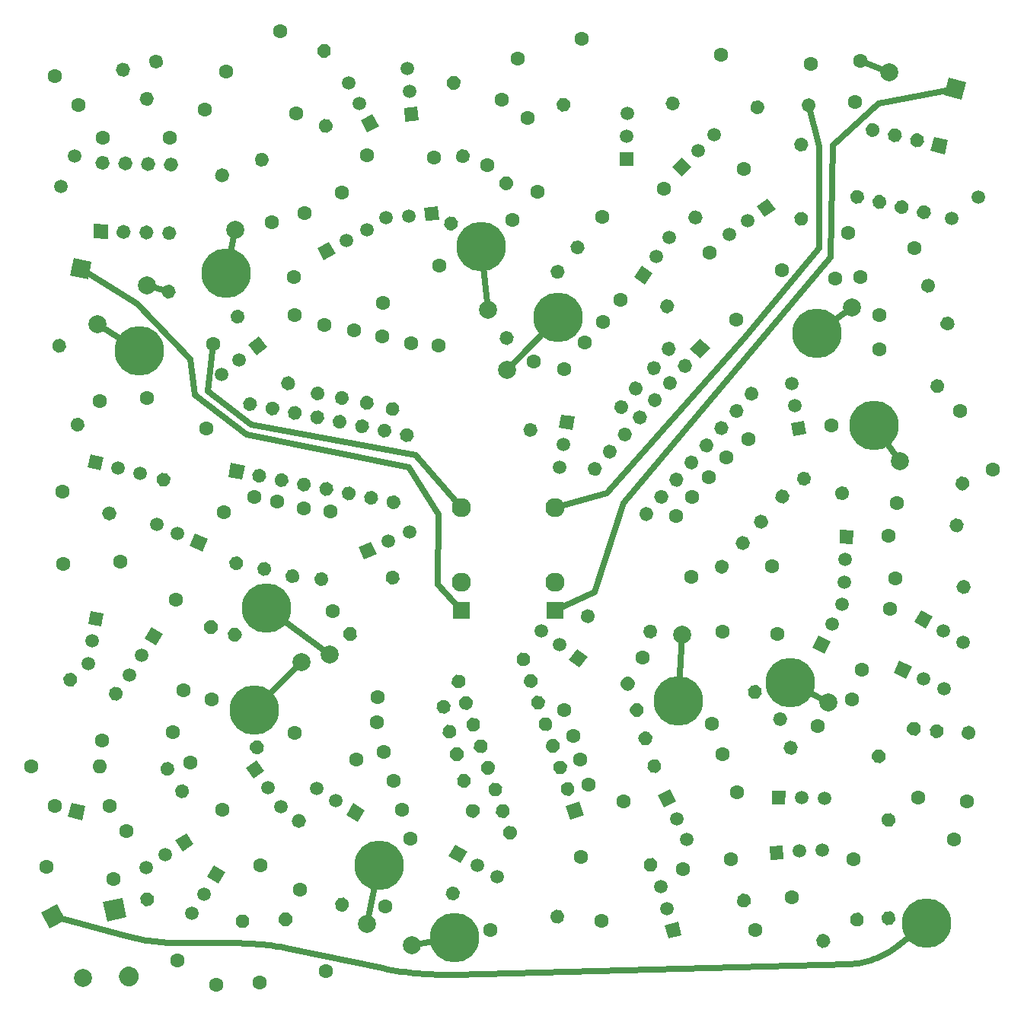
<source format=gbr>
%TF.GenerationSoftware,KiCad,Pcbnew,(5.1.6)-1*%
%TF.CreationDate,2020-10-31T12:28:38-05:00*%
%TF.ProjectId,Old Mr Grassi,4f6c6420-4d72-4204-9772-617373692e6b,rev?*%
%TF.SameCoordinates,Original*%
%TF.FileFunction,Copper,L2,Bot*%
%TF.FilePolarity,Positive*%
%FSLAX46Y46*%
G04 Gerber Fmt 4.6, Leading zero omitted, Abs format (unit mm)*
G04 Created by KiCad (PCBNEW (5.1.6)-1) date 2020-10-31 12:28:38*
%MOMM*%
%LPD*%
G01*
G04 APERTURE LIST*
%TA.AperFunction,ComponentPad*%
%ADD10C,5.500000*%
%TD*%
%TA.AperFunction,ComponentPad*%
%ADD11C,1.500000*%
%TD*%
%TA.AperFunction,ComponentPad*%
%ADD12C,0.100000*%
%TD*%
%TA.AperFunction,ComponentPad*%
%ADD13C,2.000000*%
%TD*%
%TA.AperFunction,ComponentPad*%
%ADD14C,1.600000*%
%TD*%
%TA.AperFunction,ComponentPad*%
%ADD15C,2.130000*%
%TD*%
%TA.AperFunction,ComponentPad*%
%ADD16R,1.930000X1.830000*%
%TD*%
%TA.AperFunction,ComponentPad*%
%ADD17O,1.600000X1.600000*%
%TD*%
%TA.AperFunction,Conductor*%
%ADD18C,0.635000*%
%TD*%
G04 APERTURE END LIST*
D10*
%TO.P,REF\u002A\u002A,*%
%TO.N,*%
X208150000Y-78840000D03*
%TD*%
%TO.P,REF\u002A\u002A,*%
%TO.N,*%
X182880000Y-130400000D03*
%TD*%
%TO.P,\u002A,*%
%TO.N,*%
X251800000Y-98750000D03*
%TD*%
%TO.P,REF\u002A\u002A,*%
%TO.N,*%
X230050000Y-129400000D03*
%TD*%
%TO.P,REF\u002A\u002A,*%
%TO.N,*%
X245480000Y-88470000D03*
%TD*%
%TO.P,REF\u002A\u002A,*%
%TO.N,*%
X216710000Y-86700000D03*
%TD*%
%TO.P,REF\u002A\u002A,*%
%TO.N,*%
X170080000Y-90400000D03*
%TD*%
D11*
%TO.P,REF\u002A\u002A,*%
%TO.N,*%
X260470000Y-75720000D03*
%TD*%
%TO.P,REF\u002A\u002A,*%
%TO.N,*%
X263420000Y-73330000D03*
%TD*%
%TO.P,REF\u002A\u002A,*%
%TO.N,*%
X162910000Y-68740000D03*
%TD*%
D10*
%TO.P,REF\u002A\u002A,*%
%TO.N,*%
X205170000Y-155670000D03*
%TD*%
%TO.P,REF\u002A\u002A,*%
%TO.N,*%
X179740000Y-81740000D03*
%TD*%
%TA.AperFunction,ComponentPad*%
D12*
%TO.P,REF\u002A\u002A,1*%
%TO.N,N/C*%
G36*
X258490465Y-66610543D02*
G01*
X260049457Y-66970465D01*
X259689535Y-68529457D01*
X258130543Y-68169535D01*
X258490465Y-66610543D01*
G37*
%TD.AperFunction*%
%TO.P,REF\u002A\u002A,5*%
%TA.AperFunction,ComponentPad*%
G36*
G01*
X250131134Y-72501077D02*
X250131134Y-72501077D01*
G75*
G02*
X250730669Y-73460534I-179961J-779496D01*
G01*
X250730669Y-73460534D01*
G75*
G02*
X249771212Y-74060069I-779496J179961D01*
G01*
X249771212Y-74060069D01*
G75*
G02*
X249171677Y-73100612I179961J779496D01*
G01*
X249171677Y-73100612D01*
G75*
G02*
X250131134Y-72501077I779496J-179961D01*
G01*
G37*
%TD.AperFunction*%
%TO.P,REF\u002A\u002A,2*%
%TA.AperFunction,ComponentPad*%
G36*
G01*
X256795061Y-66219128D02*
X256795061Y-66219128D01*
G75*
G02*
X257394596Y-67178585I-179961J-779496D01*
G01*
X257394596Y-67178585D01*
G75*
G02*
X256435139Y-67778120I-779496J179961D01*
G01*
X256435139Y-67778120D01*
G75*
G02*
X255835604Y-66818663I179961J779496D01*
G01*
X255835604Y-66818663D01*
G75*
G02*
X256795061Y-66219128I779496J-179961D01*
G01*
G37*
%TD.AperFunction*%
%TO.P,REF\u002A\u002A,6*%
%TA.AperFunction,ComponentPad*%
G36*
G01*
X252606034Y-73072453D02*
X252606034Y-73072453D01*
G75*
G02*
X253205569Y-74031910I-179961J-779496D01*
G01*
X253205569Y-74031910D01*
G75*
G02*
X252246112Y-74631445I-779496J179961D01*
G01*
X252246112Y-74631445D01*
G75*
G02*
X251646577Y-73671988I179961J779496D01*
G01*
X251646577Y-73671988D01*
G75*
G02*
X252606034Y-73072453I779496J-179961D01*
G01*
G37*
%TD.AperFunction*%
%TO.P,REF\u002A\u002A,3*%
%TA.AperFunction,ComponentPad*%
G36*
G01*
X254320161Y-65647753D02*
X254320161Y-65647753D01*
G75*
G02*
X254919696Y-66607210I-179961J-779496D01*
G01*
X254919696Y-66607210D01*
G75*
G02*
X253960239Y-67206745I-779496J179961D01*
G01*
X253960239Y-67206745D01*
G75*
G02*
X253360704Y-66247288I179961J779496D01*
G01*
X253360704Y-66247288D01*
G75*
G02*
X254320161Y-65647753I779496J-179961D01*
G01*
G37*
%TD.AperFunction*%
%TO.P,REF\u002A\u002A,7*%
%TA.AperFunction,ComponentPad*%
G36*
G01*
X255080934Y-73643828D02*
X255080934Y-73643828D01*
G75*
G02*
X255680469Y-74603285I-179961J-779496D01*
G01*
X255680469Y-74603285D01*
G75*
G02*
X254721012Y-75202820I-779496J179961D01*
G01*
X254721012Y-75202820D01*
G75*
G02*
X254121477Y-74243363I179961J779496D01*
G01*
X254121477Y-74243363D01*
G75*
G02*
X255080934Y-73643828I779496J-179961D01*
G01*
G37*
%TD.AperFunction*%
%TO.P,REF\u002A\u002A,4*%
%TA.AperFunction,ComponentPad*%
G36*
G01*
X251845261Y-65076377D02*
X251845261Y-65076377D01*
G75*
G02*
X252444796Y-66035834I-179961J-779496D01*
G01*
X252444796Y-66035834D01*
G75*
G02*
X251485339Y-66635369I-779496J179961D01*
G01*
X251485339Y-66635369D01*
G75*
G02*
X250885804Y-65675912I179961J779496D01*
G01*
X250885804Y-65675912D01*
G75*
G02*
X251845261Y-65076377I779496J-179961D01*
G01*
G37*
%TD.AperFunction*%
%TO.P,REF\u002A\u002A,8*%
%TA.AperFunction,ComponentPad*%
G36*
G01*
X257555834Y-74215204D02*
X257555834Y-74215204D01*
G75*
G02*
X258155369Y-75174661I-179961J-779496D01*
G01*
X258155369Y-75174661D01*
G75*
G02*
X257195912Y-75774196I-779496J179961D01*
G01*
X257195912Y-75774196D01*
G75*
G02*
X256596377Y-74814739I179961J779496D01*
G01*
X256596377Y-74814739D01*
G75*
G02*
X257555834Y-74215204I779496J-179961D01*
G01*
G37*
%TD.AperFunction*%
%TD*%
D10*
%TO.P,REF\u002A\u002A,*%
%TO.N,*%
X184260000Y-119050000D03*
%TD*%
%TO.P,REF\u002A\u002A,*%
%TO.N,*%
X242540000Y-127300000D03*
%TD*%
%TO.P,REF\u002A\u002A,*%
%TO.N,*%
X196800000Y-147630000D03*
%TD*%
D11*
%TO.P,REF\u002A\u002A,*%
%TO.N,*%
X161360000Y-72160000D03*
%TD*%
%TA.AperFunction,ComponentPad*%
D12*
%TO.P,REF\u002A\u002A,1*%
%TO.N,N/C*%
G36*
X162453941Y-82010236D02*
G01*
X162869764Y-80053941D01*
X164826059Y-80469764D01*
X164410236Y-82426059D01*
X162453941Y-82010236D01*
G37*
%TD.AperFunction*%
%TD*%
%TO.P,REF\u002A\u002A,8*%
%TO.N,N/C*%
%TA.AperFunction,ComponentPad*%
G36*
G01*
X166008526Y-70292337D02*
X166008526Y-70292337D01*
G75*
G02*
X165229742Y-69471669I20942J799726D01*
G01*
X165229742Y-69471669D01*
G75*
G02*
X166050410Y-68692885I799726J-20942D01*
G01*
X166050410Y-68692885D01*
G75*
G02*
X166829194Y-69513553I-20942J-799726D01*
G01*
X166829194Y-69513553D01*
G75*
G02*
X166008526Y-70292337I-799726J20942D01*
G01*
G37*
%TD.AperFunction*%
%TO.P,REF\u002A\u002A,4*%
%TA.AperFunction,ComponentPad*%
G36*
G01*
X173426447Y-78109194D02*
X173426447Y-78109194D01*
G75*
G02*
X172647663Y-77288526I20942J799726D01*
G01*
X172647663Y-77288526D01*
G75*
G02*
X173468331Y-76509742I799726J-20942D01*
G01*
X173468331Y-76509742D01*
G75*
G02*
X174247115Y-77330410I-20942J-799726D01*
G01*
X174247115Y-77330410D01*
G75*
G02*
X173426447Y-78109194I-799726J20942D01*
G01*
G37*
%TD.AperFunction*%
%TO.P,REF\u002A\u002A,7*%
%TA.AperFunction,ComponentPad*%
G36*
G01*
X168547656Y-70358827D02*
X168547656Y-70358827D01*
G75*
G02*
X167768872Y-69538159I20942J799726D01*
G01*
X167768872Y-69538159D01*
G75*
G02*
X168589540Y-68759375I799726J-20942D01*
G01*
X168589540Y-68759375D01*
G75*
G02*
X169368324Y-69580043I-20942J-799726D01*
G01*
X169368324Y-69580043D01*
G75*
G02*
X168547656Y-70358827I-799726J20942D01*
G01*
G37*
%TD.AperFunction*%
%TO.P,REF\u002A\u002A,3*%
%TA.AperFunction,ComponentPad*%
G36*
G01*
X170887317Y-78042705D02*
X170887317Y-78042705D01*
G75*
G02*
X170108533Y-77222037I20942J799726D01*
G01*
X170108533Y-77222037D01*
G75*
G02*
X170929201Y-76443253I799726J-20942D01*
G01*
X170929201Y-76443253D01*
G75*
G02*
X171707985Y-77263921I-20942J-799726D01*
G01*
X171707985Y-77263921D01*
G75*
G02*
X170887317Y-78042705I-799726J20942D01*
G01*
G37*
%TD.AperFunction*%
%TO.P,REF\u002A\u002A,6*%
%TA.AperFunction,ComponentPad*%
G36*
G01*
X171086786Y-70425316D02*
X171086786Y-70425316D01*
G75*
G02*
X170308002Y-69604648I20942J799726D01*
G01*
X170308002Y-69604648D01*
G75*
G02*
X171128670Y-68825864I799726J-20942D01*
G01*
X171128670Y-68825864D01*
G75*
G02*
X171907454Y-69646532I-20942J-799726D01*
G01*
X171907454Y-69646532D01*
G75*
G02*
X171086786Y-70425316I-799726J20942D01*
G01*
G37*
%TD.AperFunction*%
%TO.P,REF\u002A\u002A,2*%
%TA.AperFunction,ComponentPad*%
G36*
G01*
X168348188Y-77976215D02*
X168348188Y-77976215D01*
G75*
G02*
X167569404Y-77155547I20942J799726D01*
G01*
X167569404Y-77155547D01*
G75*
G02*
X168390072Y-76376763I799726J-20942D01*
G01*
X168390072Y-76376763D01*
G75*
G02*
X169168856Y-77197431I-20942J-799726D01*
G01*
X169168856Y-77197431D01*
G75*
G02*
X168348188Y-77976215I-799726J20942D01*
G01*
G37*
%TD.AperFunction*%
%TO.P,REF\u002A\u002A,5*%
%TA.AperFunction,ComponentPad*%
G36*
G01*
X173625915Y-70491806D02*
X173625915Y-70491806D01*
G75*
G02*
X172847131Y-69671138I20942J799726D01*
G01*
X172847131Y-69671138D01*
G75*
G02*
X173667799Y-68892354I799726J-20942D01*
G01*
X173667799Y-68892354D01*
G75*
G02*
X174446583Y-69713022I-20942J-799726D01*
G01*
X174446583Y-69713022D01*
G75*
G02*
X173625915Y-70491806I-799726J20942D01*
G01*
G37*
%TD.AperFunction*%
%TA.AperFunction,ComponentPad*%
%TO.P,REF\u002A\u002A,1*%
G36*
X166608784Y-77930667D02*
G01*
X165009333Y-77888784D01*
X165051216Y-76289333D01*
X166650667Y-76331216D01*
X166608784Y-77930667D01*
G37*
%TD.AperFunction*%
%TD*%
D13*
%TO.P,REF\u002A\u002A,1*%
%TO.N,N/C*%
X230500000Y-122010000D03*
%TD*%
%TO.P,REF\u002A\u002A,1*%
%TO.N,N/C*%
X180750000Y-76990000D03*
%TD*%
D11*
%TO.P,REF\u002A\u002A,2*%
%TO.N,N/C*%
X247143136Y-120846843D03*
%TO.P,REF\u002A\u002A,3*%
X248296272Y-118583687D03*
%TA.AperFunction,ComponentPad*%
D12*
%TO.P,REF\u002A\u002A,1*%
G36*
X246998748Y-122782238D02*
G01*
X246317762Y-124118748D01*
X244981252Y-123437762D01*
X245662238Y-122101252D01*
X246998748Y-122782238D01*
G37*
%TD.AperFunction*%
%TD*%
D13*
%TO.P,REF\u002A\u002A,1*%
%TO.N,N/C*%
X188140000Y-125030000D03*
%TD*%
D14*
%TO.P,REF\u002A\u002A,1*%
%TO.N,N/C*%
X231570000Y-106700000D03*
%TO.P,REF\u002A\u002A,2*%
%TA.AperFunction,ComponentPad*%
G36*
G01*
X236638248Y-111263471D02*
X236638248Y-111263471D01*
G75*
G02*
X237768068Y-111204259I594516J-535304D01*
G01*
X237768068Y-111204259D01*
G75*
G02*
X237827280Y-112334079I-535304J-594516D01*
G01*
X237827280Y-112334079D01*
G75*
G02*
X236697460Y-112393291I-594516J535304D01*
G01*
X236697460Y-112393291D01*
G75*
G02*
X236638248Y-111263471I535304J594516D01*
G01*
G37*
%TD.AperFunction*%
%TD*%
D13*
%TO.P,REF\u002A\u002A,1*%
%TO.N,N/C*%
X249360000Y-85550000D03*
%TD*%
%TO.P,REF\u002A\u002A,1*%
%TO.N,N/C*%
X191260000Y-124210000D03*
%TD*%
%TO.P,REF\u002A\u002A,1*%
%TO.N,N/C*%
X210980000Y-92500000D03*
%TD*%
%TO.P,REF\u002A\u002A,1*%
%TO.N,N/C*%
X195400000Y-154170000D03*
%TD*%
%TO.P,REF\u002A\u002A,1*%
%TO.N,N/C*%
X200440000Y-156550000D03*
%TD*%
%TO.P,REF\u002A\u002A,1*%
%TO.N,N/C*%
X254720000Y-102720000D03*
%TD*%
D14*
%TO.P,REF\u002A\u002A,1*%
%TO.N,N/C*%
X178320000Y-89620000D03*
%TO.P,REF\u002A\u002A,2*%
%TA.AperFunction,ComponentPad*%
G36*
G01*
X173890764Y-84434032D02*
X173890764Y-84434032D01*
G75*
G02*
X172762881Y-84345265I-519558J608325D01*
G01*
X172762881Y-84345265D01*
G75*
G02*
X172851648Y-83217382I608325J519558D01*
G01*
X172851648Y-83217382D01*
G75*
G02*
X173979531Y-83306149I519558J-608325D01*
G01*
X173979531Y-83306149D01*
G75*
G02*
X173890764Y-84434032I-608325J-519558D01*
G01*
G37*
%TD.AperFunction*%
%TD*%
%TO.P,REF\u002A\u002A,2*%
%TO.N,N/C*%
%TA.AperFunction,ComponentPad*%
G36*
G01*
X245154032Y-62579236D02*
X245154032Y-62579236D01*
G75*
G02*
X245065265Y-63707119I-608325J-519558D01*
G01*
X245065265Y-63707119D01*
G75*
G02*
X243937382Y-63618352I-519558J608325D01*
G01*
X243937382Y-63618352D01*
G75*
G02*
X244026149Y-62490469I608325J519558D01*
G01*
X244026149Y-62490469D01*
G75*
G02*
X245154032Y-62579236I519558J-608325D01*
G01*
G37*
%TD.AperFunction*%
%TO.P,REF\u002A\u002A,1*%
X250340000Y-58150000D03*
%TD*%
D13*
%TO.P,REF\u002A\u002A,1*%
%TO.N,N/C*%
X246770000Y-129540000D03*
%TD*%
%TO.P,REF\u002A\u002A,1*%
%TO.N,N/C*%
X208920000Y-85870000D03*
%TD*%
%TO.P,REF\u002A\u002A,1*%
%TO.N,N/C*%
X165440000Y-87480000D03*
%TD*%
%TO.P,REF\u002A\u002A,2*%
%TO.N,N/C*%
%TA.AperFunction,ComponentPad*%
G36*
G01*
X228420202Y-89624368D02*
X228420202Y-89624368D01*
G75*
G02*
X229551529Y-89634241I560727J-570600D01*
G01*
X229551529Y-89634241D01*
G75*
G02*
X229541656Y-90765568I-570600J-560727D01*
G01*
X229541656Y-90765568D01*
G75*
G02*
X228410329Y-90755695I-560727J570600D01*
G01*
X228410329Y-90755695D01*
G75*
G02*
X228420202Y-89624368I570600J560727D01*
G01*
G37*
%TD.AperFunction*%
D14*
%TO.P,REF\u002A\u002A,1*%
X223640000Y-84760000D03*
%TD*%
%TO.P,REF\u002A\u002A,1*%
%TO.N,N/C*%
X221680000Y-87230000D03*
%TO.P,REF\u002A\u002A,2*%
%TA.AperFunction,ComponentPad*%
G36*
G01*
X226748248Y-91793471D02*
X226748248Y-91793471D01*
G75*
G02*
X227878068Y-91734259I594516J-535304D01*
G01*
X227878068Y-91734259D01*
G75*
G02*
X227937280Y-92864079I-535304J-594516D01*
G01*
X227937280Y-92864079D01*
G75*
G02*
X226807460Y-92923291I-594516J535304D01*
G01*
X226807460Y-92923291D01*
G75*
G02*
X226748248Y-91793471I535304J594516D01*
G01*
G37*
%TD.AperFunction*%
%TD*%
%TO.P,REF\u002A\u002A,2*%
%TO.N,N/C*%
%TA.AperFunction,ComponentPad*%
G36*
G01*
X224728248Y-94073471D02*
X224728248Y-94073471D01*
G75*
G02*
X225858068Y-94014259I594516J-535304D01*
G01*
X225858068Y-94014259D01*
G75*
G02*
X225917280Y-95144079I-535304J-594516D01*
G01*
X225917280Y-95144079D01*
G75*
G02*
X224787460Y-95203291I-594516J535304D01*
G01*
X224787460Y-95203291D01*
G75*
G02*
X224728248Y-94073471I535304J594516D01*
G01*
G37*
%TD.AperFunction*%
%TO.P,REF\u002A\u002A,1*%
X219660000Y-89510000D03*
%TD*%
%TO.P,REF\u002A\u002A,2*%
%TO.N,N/C*%
%TA.AperFunction,ComponentPad*%
G36*
G01*
X234353471Y-113848248D02*
X234353471Y-113848248D01*
G75*
G02*
X235483291Y-113907460I535304J-594516D01*
G01*
X235483291Y-113907460D01*
G75*
G02*
X235424079Y-115037280I-594516J-535304D01*
G01*
X235424079Y-115037280D01*
G75*
G02*
X234294259Y-114978068I-535304J594516D01*
G01*
X234294259Y-114978068D01*
G75*
G02*
X234353471Y-113848248I594516J535304D01*
G01*
G37*
%TD.AperFunction*%
%TO.P,REF\u002A\u002A,1*%
X229790000Y-108780000D03*
%TD*%
%TO.P,REF\u002A\u002A,1*%
%TO.N,N/C*%
X217400000Y-92410000D03*
%TO.P,REF\u002A\u002A,2*%
%TA.AperFunction,ComponentPad*%
G36*
G01*
X223054036Y-96223696D02*
X223054036Y-96223696D01*
G75*
G02*
X224164620Y-96007820I663230J-447354D01*
G01*
X224164620Y-96007820D01*
G75*
G02*
X224380496Y-97118404I-447354J-663230D01*
G01*
X224380496Y-97118404D01*
G75*
G02*
X223269912Y-97334280I-663230J447354D01*
G01*
X223269912Y-97334280D01*
G75*
G02*
X223054036Y-96223696I447354J663230D01*
G01*
G37*
%TD.AperFunction*%
%TD*%
%TO.P,REF\u002A\u002A,1*%
%TO.N,N/C*%
X235390000Y-102250000D03*
%TO.P,REF\u002A\u002A,2*%
%TA.AperFunction,ComponentPad*%
G36*
G01*
X240976617Y-106161791D02*
X240976617Y-106161791D01*
G75*
G02*
X242090800Y-105965330I655322J-458861D01*
G01*
X242090800Y-105965330D01*
G75*
G02*
X242287261Y-107079513I-458861J-655322D01*
G01*
X242287261Y-107079513D01*
G75*
G02*
X241173078Y-107275974I-655322J458861D01*
G01*
X241173078Y-107275974D01*
G75*
G02*
X240976617Y-106161791I458861J655322D01*
G01*
G37*
%TD.AperFunction*%
%TD*%
%TO.P,REF\u002A\u002A,1*%
%TO.N,N/C*%
X231530000Y-115550000D03*
%TO.P,REF\u002A\u002A,2*%
%TA.AperFunction,ComponentPad*%
G36*
G01*
X227425622Y-120996695D02*
X227425622Y-120996695D01*
G75*
G02*
X227583078Y-122117055I-481452J-638908D01*
G01*
X227583078Y-122117055D01*
G75*
G02*
X226462718Y-122274511I-638908J481452D01*
G01*
X226462718Y-122274511D01*
G75*
G02*
X226305262Y-121154151I481452J638908D01*
G01*
X226305262Y-121154151D01*
G75*
G02*
X227425622Y-120996695I638908J-481452D01*
G01*
G37*
%TD.AperFunction*%
%TD*%
%TO.P,REF\u002A\u002A,2*%
%TO.N,N/C*%
%TA.AperFunction,ComponentPad*%
G36*
G01*
X220643305Y-120415622D02*
X220643305Y-120415622D01*
G75*
G02*
X219522945Y-120573078I-638908J481452D01*
G01*
X219522945Y-120573078D01*
G75*
G02*
X219365489Y-119452718I481452J638908D01*
G01*
X219365489Y-119452718D01*
G75*
G02*
X220485849Y-119295262I638908J-481452D01*
G01*
X220485849Y-119295262D01*
G75*
G02*
X220643305Y-120415622I-481452J-638908D01*
G01*
G37*
%TD.AperFunction*%
%TO.P,REF\u002A\u002A,1*%
X226090000Y-124520000D03*
%TD*%
%TO.P,REF\u002A\u002A,2*%
%TO.N,N/C*%
%TA.AperFunction,ComponentPad*%
G36*
G01*
X184168682Y-113894697D02*
X184168682Y-113894697D01*
G75*
G02*
X184801337Y-114832646I-152647J-785302D01*
G01*
X184801337Y-114832646D01*
G75*
G02*
X183863388Y-115465301I-785302J152647D01*
G01*
X183863388Y-115465301D01*
G75*
G02*
X183230733Y-114527352I152647J785302D01*
G01*
X183230733Y-114527352D01*
G75*
G02*
X184168682Y-113894697I785302J-152647D01*
G01*
G37*
%TD.AperFunction*%
%TO.P,REF\u002A\u002A,1*%
X185470000Y-107200000D03*
%TD*%
%TO.P,REF\u002A\u002A,1*%
%TO.N,N/C*%
X188390000Y-107970000D03*
%TO.P,REF\u002A\u002A,2*%
%TA.AperFunction,ComponentPad*%
G36*
G01*
X187264375Y-114696468D02*
X187264375Y-114696468D01*
G75*
G02*
X187921365Y-115617534I-132038J-789028D01*
G01*
X187921365Y-115617534D01*
G75*
G02*
X187000299Y-116274524I-789028J132038D01*
G01*
X187000299Y-116274524D01*
G75*
G02*
X186343309Y-115353458I132038J789028D01*
G01*
X186343309Y-115353458D01*
G75*
G02*
X187264375Y-114696468I789028J-132038D01*
G01*
G37*
%TD.AperFunction*%
%TD*%
%TO.P,REF\u002A\u002A,2*%
%TO.N,N/C*%
%TA.AperFunction,ComponentPad*%
G36*
G01*
X190469811Y-115021654D02*
X190469811Y-115021654D01*
G75*
G02*
X191158546Y-115919231I-104421J-793156D01*
G01*
X191158546Y-115919231D01*
G75*
G02*
X190260969Y-116607966I-793156J104421D01*
G01*
X190260969Y-116607966D01*
G75*
G02*
X189572234Y-115710389I104421J793156D01*
G01*
X189572234Y-115710389D01*
G75*
G02*
X190469811Y-115021654I793156J-104421D01*
G01*
G37*
%TD.AperFunction*%
%TO.P,REF\u002A\u002A,1*%
X191360000Y-108260000D03*
%TD*%
%TO.P,REF\u002A\u002A,1*%
%TO.N,N/C*%
X190670000Y-87570000D03*
%TO.P,REF\u002A\u002A,2*%
%TA.AperFunction,ComponentPad*%
G36*
G01*
X190016332Y-94358602D02*
X190016332Y-94358602D01*
G75*
G02*
X190735972Y-95231596I-76677J-796317D01*
G01*
X190735972Y-95231596D01*
G75*
G02*
X189862978Y-95951236I-796317J76677D01*
G01*
X189862978Y-95951236D01*
G75*
G02*
X189143338Y-95078242I76677J796317D01*
G01*
X189143338Y-95078242D01*
G75*
G02*
X190016332Y-94358602I796317J-76677D01*
G01*
G37*
%TD.AperFunction*%
%TD*%
%TO.P,REF\u002A\u002A,2*%
%TO.N,N/C*%
%TA.AperFunction,ComponentPad*%
G36*
G01*
X243382268Y-104170395D02*
X243382268Y-104170395D01*
G75*
G02*
X244498122Y-103983665I651292J-464562D01*
G01*
X244498122Y-103983665D01*
G75*
G02*
X244684852Y-105099519I-464562J-651292D01*
G01*
X244684852Y-105099519D01*
G75*
G02*
X243568998Y-105286249I-651292J464562D01*
G01*
X243568998Y-105286249D01*
G75*
G02*
X243382268Y-104170395I464562J651292D01*
G01*
G37*
%TD.AperFunction*%
%TO.P,REF\u002A\u002A,1*%
X237830000Y-100210000D03*
%TD*%
%TO.P,REF\u002A\u002A,1*%
%TO.N,N/C*%
X197130000Y-88780000D03*
%TO.P,REF\u002A\u002A,2*%
%TA.AperFunction,ComponentPad*%
G36*
G01*
X195595834Y-95425204D02*
X195595834Y-95425204D01*
G75*
G02*
X196195369Y-96384661I-179961J-779496D01*
G01*
X196195369Y-96384661D01*
G75*
G02*
X195235912Y-96984196I-779496J179961D01*
G01*
X195235912Y-96984196D01*
G75*
G02*
X194636377Y-96024739I179961J779496D01*
G01*
X194636377Y-96024739D01*
G75*
G02*
X195595834Y-95425204I779496J-179961D01*
G01*
G37*
%TD.AperFunction*%
%TD*%
%TO.P,REF\u002A\u002A,2*%
%TO.N,N/C*%
%TA.AperFunction,ComponentPad*%
G36*
G01*
X192775720Y-94866389D02*
X192775720Y-94866389D01*
G75*
G02*
X193424647Y-95793154I-138919J-787846D01*
G01*
X193424647Y-95793154D01*
G75*
G02*
X192497882Y-96442081I-787846J138919D01*
G01*
X192497882Y-96442081D01*
G75*
G02*
X191848955Y-95515316I138919J787846D01*
G01*
X191848955Y-95515316D01*
G75*
G02*
X192775720Y-94866389I787846J-138919D01*
G01*
G37*
%TD.AperFunction*%
%TO.P,REF\u002A\u002A,1*%
X193960000Y-88150000D03*
%TD*%
%TO.P,REF\u002A\u002A,2*%
%TO.N,N/C*%
%TA.AperFunction,ComponentPad*%
G36*
G01*
X186736332Y-93228602D02*
X186736332Y-93228602D01*
G75*
G02*
X187455972Y-94101596I-76677J-796317D01*
G01*
X187455972Y-94101596D01*
G75*
G02*
X186582978Y-94821236I-796317J76677D01*
G01*
X186582978Y-94821236D01*
G75*
G02*
X185863338Y-93948242I76677J796317D01*
G01*
X185863338Y-93948242D01*
G75*
G02*
X186736332Y-93228602I796317J-76677D01*
G01*
G37*
%TD.AperFunction*%
%TO.P,REF\u002A\u002A,1*%
X187390000Y-86440000D03*
%TD*%
%TO.P,REF\u002A\u002A,2*%
%TO.N,N/C*%
%TA.AperFunction,ComponentPad*%
G36*
G01*
X238635968Y-108899236D02*
X238635968Y-108899236D01*
G75*
G02*
X239763851Y-108810469I608325J-519558D01*
G01*
X239763851Y-108810469D01*
G75*
G02*
X239852618Y-109938352I-519558J-608325D01*
G01*
X239852618Y-109938352D01*
G75*
G02*
X238724735Y-110027119I-608325J519558D01*
G01*
X238724735Y-110027119D01*
G75*
G02*
X238635968Y-108899236I519558J608325D01*
G01*
G37*
%TD.AperFunction*%
%TO.P,REF\u002A\u002A,1*%
X233450000Y-104470000D03*
%TD*%
%TO.P,REF\u002A\u002A,2*%
%TO.N,N/C*%
%TA.AperFunction,ComponentPad*%
G36*
G01*
X198500153Y-96115805D02*
X198500153Y-96115805D01*
G75*
G02*
X199048652Y-97105324I-220510J-769009D01*
G01*
X199048652Y-97105324D01*
G75*
G02*
X198059133Y-97653823I-769009J220510D01*
G01*
X198059133Y-97653823D01*
G75*
G02*
X197510634Y-96664304I220510J769009D01*
G01*
X197510634Y-96664304D01*
G75*
G02*
X198500153Y-96115805I769009J-220510D01*
G01*
G37*
%TD.AperFunction*%
%TO.P,REF\u002A\u002A,1*%
X200380000Y-89560000D03*
%TD*%
%TO.P,REF\u002A\u002A,1*%
%TO.N,N/C*%
X187290000Y-82240000D03*
%TO.P,REF\u002A\u002A,2*%
%TA.AperFunction,ComponentPad*%
G36*
G01*
X181703383Y-86151791D02*
X181703383Y-86151791D01*
G75*
G02*
X181506922Y-87265974I-655322J-458861D01*
G01*
X181506922Y-87265974D01*
G75*
G02*
X180392739Y-87069513I-458861J655322D01*
G01*
X180392739Y-87069513D01*
G75*
G02*
X180589200Y-85955330I655322J458861D01*
G01*
X180589200Y-85955330D01*
G75*
G02*
X181703383Y-86151791I458861J-655322D01*
G01*
G37*
%TD.AperFunction*%
%TD*%
%TO.P,REF\u002A\u002A,1*%
%TO.N,N/C*%
X182930000Y-106700000D03*
%TO.P,REF\u002A\u002A,2*%
%TA.AperFunction,ComponentPad*%
G36*
G01*
X181107435Y-113271960D02*
X181107435Y-113271960D01*
G75*
G02*
X181664548Y-114256655I-213791J-770904D01*
G01*
X181664548Y-114256655D01*
G75*
G02*
X180679853Y-114813768I-770904J213791D01*
G01*
X180679853Y-114813768D01*
G75*
G02*
X180122740Y-113829073I213791J770904D01*
G01*
X180122740Y-113829073D01*
G75*
G02*
X181107435Y-113271960I770904J-213791D01*
G01*
G37*
%TD.AperFunction*%
%TD*%
%TO.P,REF\u002A\u002A,1*%
%TO.N,N/C*%
X163360000Y-63100000D03*
%TO.P,REF\u002A\u002A,2*%
%TA.AperFunction,ComponentPad*%
G36*
G01*
X170148602Y-62446332D02*
X170148602Y-62446332D01*
G75*
G02*
X170868242Y-61573338I796317J76677D01*
G01*
X170868242Y-61573338D01*
G75*
G02*
X171741236Y-62292978I76677J-796317D01*
G01*
X171741236Y-62292978D01*
G75*
G02*
X171021596Y-63165972I-796317J-76677D01*
G01*
X171021596Y-63165972D01*
G75*
G02*
X170148602Y-62446332I-76677J796317D01*
G01*
G37*
%TD.AperFunction*%
%TD*%
%TO.P,REF\u002A\u002A,2*%
%TO.N,N/C*%
%TA.AperFunction,ComponentPad*%
G36*
G01*
X167498602Y-59216332D02*
X167498602Y-59216332D01*
G75*
G02*
X168218242Y-58343338I796317J76677D01*
G01*
X168218242Y-58343338D01*
G75*
G02*
X169091236Y-59062978I76677J-796317D01*
G01*
X169091236Y-59062978D01*
G75*
G02*
X168371596Y-59935972I-796317J-76677D01*
G01*
X168371596Y-59935972D01*
G75*
G02*
X167498602Y-59216332I-76677J796317D01*
G01*
G37*
%TD.AperFunction*%
%TO.P,REF\u002A\u002A,1*%
X160710000Y-59870000D03*
%TD*%
%TO.P,REF\u002A\u002A,1*%
%TO.N,N/C*%
X187560000Y-64020000D03*
%TO.P,REF\u002A\u002A,2*%
%TA.AperFunction,ComponentPad*%
G36*
G01*
X190333944Y-57789620D02*
X190333944Y-57789620D01*
G75*
G02*
X189928497Y-56733395I325389J730836D01*
G01*
X189928497Y-56733395D01*
G75*
G02*
X190984722Y-56327948I730836J-325389D01*
G01*
X190984722Y-56327948D01*
G75*
G02*
X191390169Y-57384173I-325389J-730836D01*
G01*
X191390169Y-57384173D01*
G75*
G02*
X190333944Y-57789620I-730836J325389D01*
G01*
G37*
%TD.AperFunction*%
%TD*%
%TO.P,REF\u002A\u002A,2*%
%TO.N,N/C*%
%TA.AperFunction,ComponentPad*%
G36*
G01*
X172545632Y-58789798D02*
X172545632Y-58789798D01*
G75*
G02*
X171414305Y-58799671I-570600J560727D01*
G01*
X171414305Y-58799671D01*
G75*
G02*
X171404432Y-57668344I560727J570600D01*
G01*
X171404432Y-57668344D01*
G75*
G02*
X172535759Y-57658471I570600J-560727D01*
G01*
X172535759Y-57658471D01*
G75*
G02*
X172545632Y-58789798I-560727J-570600D01*
G01*
G37*
%TD.AperFunction*%
%TO.P,REF\u002A\u002A,1*%
X177410000Y-63570000D03*
%TD*%
%TO.P,REF\u002A\u002A,1*%
%TO.N,N/C*%
X184860000Y-76120000D03*
%TO.P,REF\u002A\u002A,2*%
%TA.AperFunction,ComponentPad*%
G36*
G01*
X179912946Y-71425422D02*
X179912946Y-71425422D01*
G75*
G02*
X178781963Y-71455037I-580299J550684D01*
G01*
X178781963Y-71455037D01*
G75*
G02*
X178752348Y-70324054I550684J580299D01*
G01*
X178752348Y-70324054D01*
G75*
G02*
X179883331Y-70294439I580299J-550684D01*
G01*
X179883331Y-70294439D01*
G75*
G02*
X179912946Y-71425422I-550684J-580299D01*
G01*
G37*
%TD.AperFunction*%
%TD*%
%TO.P,REF\u002A\u002A,1*%
%TO.N,N/C*%
X254350000Y-107330000D03*
%TO.P,REF\u002A\u002A,2*%
%TA.AperFunction,ComponentPad*%
G36*
G01*
X260889150Y-105393015D02*
X260889150Y-105393015D01*
G75*
G02*
X261428994Y-104398747I767056J227212D01*
G01*
X261428994Y-104398747D01*
G75*
G02*
X262423262Y-104938591I227212J-767056D01*
G01*
X262423262Y-104938591D01*
G75*
G02*
X261883418Y-105932859I-767056J-227212D01*
G01*
X261883418Y-105932859D01*
G75*
G02*
X260889150Y-105393015I-227212J767056D01*
G01*
G37*
%TD.AperFunction*%
%TD*%
%TO.P,REF\u002A\u002A,1*%
%TO.N,N/C*%
X214010000Y-91600000D03*
%TO.P,REF\u002A\u002A,2*%
%TA.AperFunction,ComponentPad*%
G36*
G01*
X213653069Y-98410653D02*
X213653069Y-98410653D01*
G75*
G02*
X214410104Y-99251426I-41869J-798904D01*
G01*
X214410104Y-99251426D01*
G75*
G02*
X213569331Y-100008461I-798904J41869D01*
G01*
X213569331Y-100008461D01*
G75*
G02*
X212812296Y-99167688I41869J798904D01*
G01*
X212812296Y-99167688D01*
G75*
G02*
X213653069Y-98410653I798904J-41869D01*
G01*
G37*
%TD.AperFunction*%
%TD*%
%TO.P,REF\u002A\u002A,1*%
%TO.N,N/C*%
X211630000Y-75870000D03*
%TO.P,REF\u002A\u002A,2*%
%TA.AperFunction,ComponentPad*%
G36*
G01*
X216104323Y-81017119D02*
X216104323Y-81017119D01*
G75*
G02*
X217232938Y-81096040I524847J-603768D01*
G01*
X217232938Y-81096040D01*
G75*
G02*
X217154017Y-82224655I-603768J-524847D01*
G01*
X217154017Y-82224655D01*
G75*
G02*
X216025402Y-82145734I-524847J603768D01*
G01*
X216025402Y-82145734D01*
G75*
G02*
X216104323Y-81017119I603768J524847D01*
G01*
G37*
%TD.AperFunction*%
%TD*%
%TO.P,REF\u002A\u002A,1*%
%TO.N,N/C*%
X233560000Y-79480000D03*
%TO.P,REF\u002A\u002A,2*%
%TA.AperFunction,ComponentPad*%
G36*
G01*
X229314450Y-84817387D02*
X229314450Y-84817387D01*
G75*
G02*
X229442525Y-85941486I-498012J-626087D01*
G01*
X229442525Y-85941486D01*
G75*
G02*
X228318426Y-86069561I-626087J498012D01*
G01*
X228318426Y-86069561D01*
G75*
G02*
X228190351Y-84945462I498012J626087D01*
G01*
X228190351Y-84945462D01*
G75*
G02*
X229314450Y-84817387I626087J-498012D01*
G01*
G37*
%TD.AperFunction*%
%TD*%
%TO.P,REF\u002A\u002A,2*%
%TO.N,N/C*%
%TA.AperFunction,ComponentPad*%
G36*
G01*
X184234450Y-69772613D02*
X184234450Y-69772613D01*
G75*
G02*
X183110351Y-69644538I-498012J626087D01*
G01*
X183110351Y-69644538D01*
G75*
G02*
X183238426Y-68520439I626087J498012D01*
G01*
X183238426Y-68520439D01*
G75*
G02*
X184362525Y-68648514I498012J-626087D01*
G01*
X184362525Y-68648514D01*
G75*
G02*
X184234450Y-69772613I-626087J-498012D01*
G01*
G37*
%TD.AperFunction*%
%TO.P,REF\u002A\u002A,1*%
X188480000Y-75110000D03*
%TD*%
%TO.P,REF\u002A\u002A,1*%
%TO.N,N/C*%
X192620000Y-72800000D03*
%TO.P,REF\u002A\u002A,2*%
%TA.AperFunction,ComponentPad*%
G36*
G01*
X191027902Y-66168437D02*
X191027902Y-66168437D01*
G75*
G02*
X190063250Y-65577297I-186756J777896D01*
G01*
X190063250Y-65577297D01*
G75*
G02*
X190654390Y-64612645I777896J186756D01*
G01*
X190654390Y-64612645D01*
G75*
G02*
X191619042Y-65203785I186756J-777896D01*
G01*
X191619042Y-65203785D01*
G75*
G02*
X191027902Y-66168437I-777896J-186756D01*
G01*
G37*
%TD.AperFunction*%
%TD*%
%TO.P,REF\u002A\u002A,2*%
%TO.N,N/C*%
%TA.AperFunction,ComponentPad*%
G36*
G01*
X205205950Y-75563688D02*
X205205950Y-75563688D01*
G75*
G02*
X205460453Y-76666061I-423935J-678438D01*
G01*
X205460453Y-76666061D01*
G75*
G02*
X204358080Y-76920564I-678438J423935D01*
G01*
X204358080Y-76920564D01*
G75*
G02*
X204103577Y-75818191I423935J678438D01*
G01*
X204103577Y-75818191D01*
G75*
G02*
X205205950Y-75563688I678438J-423935D01*
G01*
G37*
%TD.AperFunction*%
%TO.P,REF\u002A\u002A,1*%
X208820000Y-69780000D03*
%TD*%
%TO.P,REF\u002A\u002A,1*%
%TO.N,N/C*%
X212210000Y-57940000D03*
%TO.P,REF\u002A\u002A,2*%
%TA.AperFunction,ComponentPad*%
G36*
G01*
X205821896Y-60328414D02*
X205821896Y-60328414D01*
G75*
G02*
X205352724Y-61357918I-749338J-280166D01*
G01*
X205352724Y-61357918D01*
G75*
G02*
X204323220Y-60888746I-280166J749338D01*
G01*
X204323220Y-60888746D01*
G75*
G02*
X204792392Y-59859242I749338J280166D01*
G01*
X204792392Y-59859242D01*
G75*
G02*
X205821896Y-60328414I280166J-749338D01*
G01*
G37*
%TD.AperFunction*%
%TD*%
%TO.P,REF\u002A\u002A,1*%
%TO.N,N/C*%
X213280000Y-64530000D03*
%TO.P,REF\u002A\u002A,2*%
%TA.AperFunction,ComponentPad*%
G36*
G01*
X211172505Y-71016206D02*
X211172505Y-71016206D01*
G75*
G02*
X211686136Y-72024265I-247214J-760845D01*
G01*
X211686136Y-72024265D01*
G75*
G02*
X210678077Y-72537896I-760845J247214D01*
G01*
X210678077Y-72537896D01*
G75*
G02*
X210164446Y-71529837I247214J760845D01*
G01*
X210164446Y-71529837D01*
G75*
G02*
X211172505Y-71016206I760845J-247214D01*
G01*
G37*
%TD.AperFunction*%
%TD*%
%TO.P,REF\u002A\u002A,2*%
%TO.N,N/C*%
%TA.AperFunction,ComponentPad*%
G36*
G01*
X210176161Y-89077955D02*
X210176161Y-89077955D01*
G75*
G02*
X210880455Y-88192535I794857J90563D01*
G01*
X210880455Y-88192535D01*
G75*
G02*
X211765875Y-88896829I90563J-794857D01*
G01*
X211765875Y-88896829D01*
G75*
G02*
X211061581Y-89782249I-794857J-90563D01*
G01*
X211061581Y-89782249D01*
G75*
G02*
X210176161Y-89077955I-90563J794857D01*
G01*
G37*
%TD.AperFunction*%
%TO.P,REF\u002A\u002A,1*%
X203400000Y-89850000D03*
%TD*%
%TO.P,REF\u002A\u002A,2*%
%TO.N,N/C*%
%TA.AperFunction,ComponentPad*%
G36*
G01*
X218380395Y-78252268D02*
X218380395Y-78252268D01*
G75*
G02*
X219496249Y-78438998I464562J-651292D01*
G01*
X219496249Y-78438998D01*
G75*
G02*
X219309519Y-79554852I-651292J-464562D01*
G01*
X219309519Y-79554852D01*
G75*
G02*
X218193665Y-79368122I-464562J651292D01*
G01*
X218193665Y-79368122D01*
G75*
G02*
X218380395Y-78252268I651292J464562D01*
G01*
G37*
%TD.AperFunction*%
%TO.P,REF\u002A\u002A,1*%
X214420000Y-72700000D03*
%TD*%
%TO.P,REF\u002A\u002A,2*%
%TO.N,N/C*%
%TA.AperFunction,ComponentPad*%
G36*
G01*
X217507435Y-62271960D02*
X217507435Y-62271960D01*
G75*
G02*
X218064548Y-63256655I-213791J-770904D01*
G01*
X218064548Y-63256655D01*
G75*
G02*
X217079853Y-63813768I-770904J213791D01*
G01*
X217079853Y-63813768D01*
G75*
G02*
X216522740Y-62829073I213791J770904D01*
G01*
X216522740Y-62829073D01*
G75*
G02*
X217507435Y-62271960I770904J-213791D01*
G01*
G37*
%TD.AperFunction*%
%TO.P,REF\u002A\u002A,1*%
X219330000Y-55700000D03*
%TD*%
%TO.P,REF\u002A\u002A,1*%
%TO.N,N/C*%
X234830000Y-57510000D03*
%TO.P,REF\u002A\u002A,2*%
%TA.AperFunction,ComponentPad*%
G36*
G01*
X230007531Y-62332469D02*
X230007531Y-62332469D01*
G75*
G02*
X230007531Y-63463839I-565685J-565685D01*
G01*
X230007531Y-63463839D01*
G75*
G02*
X228876161Y-63463839I-565685J565685D01*
G01*
X228876161Y-63463839D01*
G75*
G02*
X228876161Y-62332469I565685J565685D01*
G01*
X228876161Y-62332469D01*
G75*
G02*
X230007531Y-62332469I565685J-565685D01*
G01*
G37*
%TD.AperFunction*%
%TD*%
%TO.P,REF\u002A\u002A,2*%
%TO.N,N/C*%
%TA.AperFunction,ComponentPad*%
G36*
G01*
X239479865Y-62811965D02*
X239479865Y-62811965D01*
G75*
G02*
X239361604Y-63937138I-621717J-503456D01*
G01*
X239361604Y-63937138D01*
G75*
G02*
X238236431Y-63818877I-503456J621717D01*
G01*
X238236431Y-63818877D01*
G75*
G02*
X238354692Y-62693704I621717J503456D01*
G01*
X238354692Y-62693704D01*
G75*
G02*
X239479865Y-62811965I503456J-621717D01*
G01*
G37*
%TD.AperFunction*%
%TO.P,REF\u002A\u002A,1*%
X244780000Y-58520000D03*
%TD*%
%TO.P,REF\u002A\u002A,1*%
%TO.N,N/C*%
X249680000Y-62730000D03*
%TO.P,REF\u002A\u002A,2*%
%TA.AperFunction,ComponentPad*%
G36*
G01*
X244342613Y-66975550D02*
X244342613Y-66975550D01*
G75*
G02*
X244214538Y-68099649I-626087J-498012D01*
G01*
X244214538Y-68099649D01*
G75*
G02*
X243090439Y-67971574I-498012J626087D01*
G01*
X243090439Y-67971574D01*
G75*
G02*
X243218514Y-66847475I626087J498012D01*
G01*
X243218514Y-66847475D01*
G75*
G02*
X244342613Y-66975550I498012J-626087D01*
G01*
G37*
%TD.AperFunction*%
%TD*%
%TO.P,REF\u002A\u002A,2*%
%TO.N,N/C*%
%TA.AperFunction,ComponentPad*%
G36*
G01*
X244121671Y-76424175D02*
X244121671Y-76424175D01*
G75*
G02*
X243031447Y-76121829I-393939J696285D01*
G01*
X243031447Y-76121829D01*
G75*
G02*
X243333793Y-75031605I696285J393939D01*
G01*
X243333793Y-75031605D01*
G75*
G02*
X244424017Y-75333951I393939J-696285D01*
G01*
X244424017Y-75333951D01*
G75*
G02*
X244121671Y-76424175I-696285J-393939D01*
G01*
G37*
%TD.AperFunction*%
%TO.P,REF\u002A\u002A,1*%
X247480000Y-82360000D03*
%TD*%
%TO.P,REF\u002A\u002A,2*%
%TO.N,N/C*%
%TA.AperFunction,ComponentPad*%
G36*
G01*
X206557109Y-68090541D02*
X206557109Y-68090541D01*
G75*
G02*
X206763285Y-69202967I-453125J-659301D01*
G01*
X206763285Y-69202967D01*
G75*
G02*
X205650859Y-69409143I-659301J453125D01*
G01*
X205650859Y-69409143D01*
G75*
G02*
X205444683Y-68296717I453125J659301D01*
G01*
X205444683Y-68296717D01*
G75*
G02*
X206557109Y-68090541I659301J-453125D01*
G01*
G37*
%TD.AperFunction*%
%TO.P,REF\u002A\u002A,1*%
X210420000Y-62470000D03*
%TD*%
%TO.P,REF\u002A\u002A,1*%
%TO.N,N/C*%
X250280000Y-82240000D03*
%TO.P,REF\u002A\u002A,2*%
%TA.AperFunction,ComponentPad*%
G36*
G01*
X257049165Y-83071149D02*
X257049165Y-83071149D01*
G75*
G02*
X257940697Y-82374607I794037J-97495D01*
G01*
X257940697Y-82374607D01*
G75*
G02*
X258637239Y-83266139I-97495J-794037D01*
G01*
X258637239Y-83266139D01*
G75*
G02*
X257745707Y-83962681I-794037J97495D01*
G01*
X257745707Y-83962681D01*
G75*
G02*
X257049165Y-83071149I97495J794037D01*
G01*
G37*
%TD.AperFunction*%
%TD*%
%TO.P,REF\u002A\u002A,2*%
%TO.N,N/C*%
%TA.AperFunction,ComponentPad*%
G36*
G01*
X259199165Y-87281149D02*
X259199165Y-87281149D01*
G75*
G02*
X260090697Y-86584607I794037J-97495D01*
G01*
X260090697Y-86584607D01*
G75*
G02*
X260787239Y-87476139I-97495J-794037D01*
G01*
X260787239Y-87476139D01*
G75*
G02*
X259895707Y-88172681I-794037J97495D01*
G01*
X259895707Y-88172681D01*
G75*
G02*
X259199165Y-87281149I97495J794037D01*
G01*
G37*
%TD.AperFunction*%
%TO.P,REF\u002A\u002A,1*%
X252430000Y-86450000D03*
%TD*%
%TO.P,REF\u002A\u002A,1*%
%TO.N,N/C*%
X252440000Y-90240000D03*
%TO.P,REF\u002A\u002A,2*%
%TA.AperFunction,ComponentPad*%
G36*
G01*
X258191930Y-93904383D02*
X258191930Y-93904383D01*
G75*
G02*
X259296483Y-93659510I674713J-429840D01*
G01*
X259296483Y-93659510D01*
G75*
G02*
X259541356Y-94764063I-429840J-674713D01*
G01*
X259541356Y-94764063D01*
G75*
G02*
X258436803Y-95008936I-674713J429840D01*
G01*
X258436803Y-95008936D01*
G75*
G02*
X258191930Y-93904383I429840J674713D01*
G01*
G37*
%TD.AperFunction*%
%TD*%
%TO.P,REF\u002A\u002A,2*%
%TO.N,N/C*%
%TA.AperFunction,ComponentPad*%
G36*
G01*
X232537531Y-75012469D02*
X232537531Y-75012469D01*
G75*
G02*
X232537531Y-76143839I-565685J-565685D01*
G01*
X232537531Y-76143839D01*
G75*
G02*
X231406161Y-76143839I-565685J565685D01*
G01*
X231406161Y-76143839D01*
G75*
G02*
X231406161Y-75012469I565685J565685D01*
G01*
X231406161Y-75012469D01*
G75*
G02*
X232537531Y-75012469I565685J-565685D01*
G01*
G37*
%TD.AperFunction*%
%TO.P,REF\u002A\u002A,1*%
X237360000Y-70190000D03*
%TD*%
%TO.P,REF\u002A\u002A,2*%
%TO.N,N/C*%
%TA.AperFunction,ComponentPad*%
G36*
G01*
X248156883Y-105466034D02*
X248156883Y-105466034D01*
G75*
G02*
X249072182Y-106131037I125148J-790151D01*
G01*
X249072182Y-106131037D01*
G75*
G02*
X248407179Y-107046336I-790151J-125148D01*
G01*
X248407179Y-107046336D01*
G75*
G02*
X247491880Y-106381333I-125148J790151D01*
G01*
X247491880Y-106381333D01*
G75*
G02*
X248156883Y-105466034I790151J125148D01*
G01*
G37*
%TD.AperFunction*%
%TO.P,REF\u002A\u002A,1*%
X247090000Y-98730000D03*
%TD*%
%TO.P,REF\u002A\u002A,1*%
%TO.N,N/C*%
X254230000Y-115750000D03*
%TO.P,REF\u002A\u002A,2*%
%TA.AperFunction,ComponentPad*%
G36*
G01*
X260999165Y-116581149D02*
X260999165Y-116581149D01*
G75*
G02*
X261890697Y-115884607I794037J-97495D01*
G01*
X261890697Y-115884607D01*
G75*
G02*
X262587239Y-116776139I-97495J-794037D01*
G01*
X262587239Y-116776139D01*
G75*
G02*
X261695707Y-117472681I-794037J97495D01*
G01*
X261695707Y-117472681D01*
G75*
G02*
X260999165Y-116581149I97495J794037D01*
G01*
G37*
%TD.AperFunction*%
%TD*%
%TO.P,REF\u002A\u002A,2*%
%TO.N,N/C*%
%TA.AperFunction,ComponentPad*%
G36*
G01*
X255535632Y-132126086D02*
X255535632Y-132126086D01*
G75*
G02*
X256602109Y-131748427I722068J-344409D01*
G01*
X256602109Y-131748427D01*
G75*
G02*
X256979768Y-132814904I-344409J-722068D01*
G01*
X256979768Y-132814904D01*
G75*
G02*
X255913291Y-133192563I-722068J344409D01*
G01*
X255913291Y-133192563D01*
G75*
G02*
X255535632Y-132126086I344409J722068D01*
G01*
G37*
%TD.AperFunction*%
%TO.P,REF\u002A\u002A,1*%
X249380000Y-129190000D03*
%TD*%
%TO.P,REF\u002A\u002A,2*%
%TO.N,N/C*%
%TA.AperFunction,ComponentPad*%
G36*
G01*
X238194223Y-127653532D02*
X238194223Y-127653532D01*
G75*
G02*
X239279004Y-127974859I381727J-703054D01*
G01*
X239279004Y-127974859D01*
G75*
G02*
X238957677Y-129059640I-703054J-381727D01*
G01*
X238957677Y-129059640D01*
G75*
G02*
X237872896Y-128738313I-381727J703054D01*
G01*
X237872896Y-128738313D01*
G75*
G02*
X238194223Y-127653532I703054J381727D01*
G01*
G37*
%TD.AperFunction*%
%TO.P,REF\u002A\u002A,1*%
X234940000Y-121660000D03*
%TD*%
%TO.P,REF\u002A\u002A,2*%
%TO.N,N/C*%
%TA.AperFunction,ComponentPad*%
G36*
G01*
X241748602Y-134646332D02*
X241748602Y-134646332D01*
G75*
G02*
X242468242Y-133773338I796317J76677D01*
G01*
X242468242Y-133773338D01*
G75*
G02*
X243341236Y-134492978I76677J-796317D01*
G01*
X243341236Y-134492978D01*
G75*
G02*
X242621596Y-135365972I-796317J-76677D01*
G01*
X242621596Y-135365972D01*
G75*
G02*
X241748602Y-134646332I-76677J796317D01*
G01*
G37*
%TD.AperFunction*%
%TO.P,REF\u002A\u002A,1*%
X234960000Y-135300000D03*
%TD*%
%TO.P,REF\u002A\u002A,1*%
%TO.N,N/C*%
X223990000Y-140570000D03*
%TO.P,REF\u002A\u002A,2*%
%TA.AperFunction,ComponentPad*%
G36*
G01*
X226654786Y-146847843D02*
X226654786Y-146847843D01*
G75*
G02*
X227703775Y-147271662I312585J-736404D01*
G01*
X227703775Y-147271662D01*
G75*
G02*
X227279956Y-148320651I-736404J-312585D01*
G01*
X227279956Y-148320651D01*
G75*
G02*
X226230967Y-147896832I-312585J736404D01*
G01*
X226230967Y-147896832D01*
G75*
G02*
X226654786Y-146847843I736404J312585D01*
G01*
G37*
%TD.AperFunction*%
%TD*%
%TO.P,REF\u002A\u002A,1*%
%TO.N,N/C*%
X245520000Y-132120000D03*
%TO.P,REF\u002A\u002A,2*%
%TA.AperFunction,ComponentPad*%
G36*
G01*
X251623453Y-135163069D02*
X251623453Y-135163069D01*
G75*
G02*
X252696358Y-134804080I715947J-356958D01*
G01*
X252696358Y-134804080D01*
G75*
G02*
X253055347Y-135876985I-356958J-715947D01*
G01*
X253055347Y-135876985D01*
G75*
G02*
X251982442Y-136235974I-715947J356958D01*
G01*
X251982442Y-136235974D01*
G75*
G02*
X251623453Y-135163069I356958J715947D01*
G01*
G37*
%TD.AperFunction*%
%TD*%
%TO.P,REF\u002A\u002A,1*%
%TO.N,N/C*%
X242710000Y-151200000D03*
%TO.P,REF\u002A\u002A,2*%
%TA.AperFunction,ComponentPad*%
G36*
G01*
X249158437Y-153420374D02*
X249158437Y-153420374D01*
G75*
G02*
X250175307Y-152924414I756415J-260455D01*
G01*
X250175307Y-152924414D01*
G75*
G02*
X250671267Y-153941284I-260455J-756415D01*
G01*
X250671267Y-153941284D01*
G75*
G02*
X249654397Y-154437244I-756415J260455D01*
G01*
X249654397Y-154437244D01*
G75*
G02*
X249158437Y-153420374I260455J756415D01*
G01*
G37*
%TD.AperFunction*%
%TD*%
%TO.P,REF\u002A\u002A,2*%
%TO.N,N/C*%
%TA.AperFunction,ComponentPad*%
G36*
G01*
X236649414Y-151189125D02*
X236649414Y-151189125D01*
G75*
G02*
X237728422Y-150848915I709609J-369399D01*
G01*
X237728422Y-150848915D01*
G75*
G02*
X238068632Y-151927923I-369399J-709609D01*
G01*
X238068632Y-151927923D01*
G75*
G02*
X236989624Y-152268133I-709609J369399D01*
G01*
X236989624Y-152268133D01*
G75*
G02*
X236649414Y-151189125I369399J709609D01*
G01*
G37*
%TD.AperFunction*%
%TO.P,REF\u002A\u002A,1*%
X230600000Y-148040000D03*
%TD*%
%TO.P,REF\u002A\u002A,1*%
%TO.N,N/C*%
X233780000Y-131910000D03*
%TO.P,REF\u002A\u002A,2*%
%TA.AperFunction,ComponentPad*%
G36*
G01*
X240583387Y-131434261D02*
X240583387Y-131434261D01*
G75*
G02*
X241325633Y-130580405I798051J55805D01*
G01*
X241325633Y-130580405D01*
G75*
G02*
X242179489Y-131322651I55805J-798051D01*
G01*
X242179489Y-131322651D01*
G75*
G02*
X241437243Y-132176507I-798051J-55805D01*
G01*
X241437243Y-132176507D01*
G75*
G02*
X240583387Y-131434261I-55805J798051D01*
G01*
G37*
%TD.AperFunction*%
%TD*%
%TO.P,REF\u002A\u002A,2*%
%TO.N,N/C*%
%TA.AperFunction,ComponentPad*%
G36*
G01*
X253021411Y-152846311D02*
X253021411Y-152846311D01*
G75*
G02*
X254116745Y-153129583I406031J-689303D01*
G01*
X254116745Y-153129583D01*
G75*
G02*
X253833473Y-154224917I-689303J-406031D01*
G01*
X253833473Y-154224917D01*
G75*
G02*
X252738139Y-153941645I-406031J689303D01*
G01*
X252738139Y-153941645D01*
G75*
G02*
X253021411Y-152846311I689303J406031D01*
G01*
G37*
%TD.AperFunction*%
%TO.P,REF\u002A\u002A,1*%
X249560000Y-146970000D03*
%TD*%
%TO.P,REF\u002A\u002A,1*%
%TO.N,N/C*%
X238650000Y-154880000D03*
%TO.P,REF\u002A\u002A,2*%
%TA.AperFunction,ComponentPad*%
G36*
G01*
X245386034Y-155946883D02*
X245386034Y-155946883D01*
G75*
G02*
X246301333Y-155281880I790151J-125148D01*
G01*
X246301333Y-155281880D01*
G75*
G02*
X246966336Y-156197179I-125148J-790151D01*
G01*
X246966336Y-156197179D01*
G75*
G02*
X246051037Y-156862182I-790151J125148D01*
G01*
X246051037Y-156862182D01*
G75*
G02*
X245386034Y-155946883I125148J790151D01*
G01*
G37*
%TD.AperFunction*%
%TD*%
%TO.P,REF\u002A\u002A,1*%
%TO.N,N/C*%
X262140000Y-140520000D03*
%TO.P,REF\u002A\u002A,2*%
%TA.AperFunction,ComponentPad*%
G36*
G01*
X262318526Y-133702337D02*
X262318526Y-133702337D01*
G75*
G02*
X261539742Y-132881669I20942J799726D01*
G01*
X261539742Y-132881669D01*
G75*
G02*
X262360410Y-132102885I799726J-20942D01*
G01*
X262360410Y-132102885D01*
G75*
G02*
X263139194Y-132923553I-20942J-799726D01*
G01*
X263139194Y-132923553D01*
G75*
G02*
X262318526Y-133702337I-799726J20942D01*
G01*
G37*
%TD.AperFunction*%
%TD*%
%TO.P,REF\u002A\u002A,2*%
%TO.N,N/C*%
%TA.AperFunction,ComponentPad*%
G36*
G01*
X260215088Y-109951940D02*
X260215088Y-109951940D01*
G75*
G02*
X260888053Y-109042479I791213J118248D01*
G01*
X260888053Y-109042479D01*
G75*
G02*
X261797514Y-109715444I118248J-791213D01*
G01*
X261797514Y-109715444D01*
G75*
G02*
X261124549Y-110624905I-791213J-118248D01*
G01*
X261124549Y-110624905D01*
G75*
G02*
X260215088Y-109951940I-118248J791213D01*
G01*
G37*
%TD.AperFunction*%
%TO.P,REF\u002A\u002A,1*%
X253470000Y-110960000D03*
%TD*%
%TA.AperFunction,ComponentPad*%
D12*
%TO.P,REF\u002A\u002A,1*%
%TO.N,N/C*%
G36*
X201801569Y-74475337D02*
G01*
X203294663Y-74331569D01*
X203438431Y-75824663D01*
X201945337Y-75968431D01*
X201801569Y-74475337D01*
G37*
%TD.AperFunction*%
D11*
%TO.P,REF\u002A\u002A,3*%
X197563387Y-75636896D03*
%TO.P,REF\u002A\u002A,2*%
X200091694Y-75393448D03*
%TD*%
%TA.AperFunction,ComponentPad*%
D12*
%TO.P,REF\u002A\u002A,1*%
%TO.N,N/C*%
G36*
X182197246Y-89760738D02*
G01*
X183379262Y-88837246D01*
X184302754Y-90019262D01*
X183120738Y-90942754D01*
X182197246Y-89760738D01*
G37*
%TD.AperFunction*%
D11*
%TO.P,REF\u002A\u002A,3*%
X179246905Y-93017560D03*
%TO.P,REF\u002A\u002A,2*%
X181248453Y-91453780D03*
%TD*%
%TA.AperFunction,ComponentPad*%
D12*
%TO.P,REF\u002A\u002A,1*%
%TO.N,N/C*%
G36*
X244070784Y-98190636D02*
G01*
X244305436Y-99672168D01*
X242823904Y-99906820D01*
X242589252Y-98425288D01*
X244070784Y-98190636D01*
G37*
%TD.AperFunction*%
D11*
%TO.P,REF\u002A\u002A,3*%
X242652657Y-94031271D03*
%TO.P,REF\u002A\u002A,2*%
X243050000Y-96540000D03*
%TD*%
%TO.P,REF\u002A\u002A,2*%
%TO.N,N/C*%
X216888204Y-123109150D03*
%TO.P,REF\u002A\u002A,3*%
X214846407Y-121598300D03*
%TA.AperFunction,ComponentPad*%
D12*
%TO.P,REF\u002A\u002A,1*%
G36*
X218773224Y-123570990D02*
G01*
X219979010Y-124463224D01*
X219086776Y-125669010D01*
X217880990Y-124776776D01*
X218773224Y-123570990D01*
G37*
%TD.AperFunction*%
%TD*%
%TA.AperFunction,ComponentPad*%
%TO.P,REF\u002A\u002A,1*%
%TO.N,N/C*%
G36*
X241789126Y-146937878D02*
G01*
X240291923Y-147029451D01*
X240200350Y-145532248D01*
X241697553Y-145440675D01*
X241789126Y-146937878D01*
G37*
%TD.AperFunction*%
D11*
%TO.P,REF\u002A\u002A,3*%
X246065263Y-145924936D03*
%TO.P,REF\u002A\u002A,2*%
X243530000Y-146080000D03*
%TD*%
%TO.P,REF\u002A\u002A,2*%
%TO.N,N/C*%
X243759613Y-140144329D03*
%TO.P,REF\u002A\u002A,3*%
X246299226Y-140188658D03*
%TA.AperFunction,ComponentPad*%
D12*
%TO.P,REF\u002A\u002A,1*%
G36*
X241956796Y-140862975D02*
G01*
X240457025Y-140836796D01*
X240483204Y-139337025D01*
X241982975Y-139363204D01*
X241956796Y-140862975D01*
G37*
%TD.AperFunction*%
%TD*%
%TA.AperFunction,ComponentPad*%
%TO.P,REF\u002A\u002A,1*%
%TO.N,N/C*%
G36*
X247974709Y-111813201D02*
G01*
X248053213Y-110315257D01*
X249551157Y-110393761D01*
X249472653Y-111891705D01*
X247974709Y-111813201D01*
G37*
%TD.AperFunction*%
D11*
%TO.P,REF\u002A\u002A,3*%
X248497066Y-116176519D03*
%TO.P,REF\u002A\u002A,2*%
X248630000Y-113640000D03*
%TD*%
%TA.AperFunction,ComponentPad*%
D12*
%TO.P,REF\u002A\u002A,1*%
%TO.N,N/C*%
G36*
X228464683Y-141182874D02*
G01*
X227807126Y-139834683D01*
X229155317Y-139177126D01*
X229812874Y-140525317D01*
X228464683Y-141182874D01*
G37*
%TD.AperFunction*%
D11*
%TO.P,REF\u002A\u002A,3*%
X231036925Y-144745874D03*
%TO.P,REF\u002A\u002A,2*%
X229923463Y-142462937D03*
%TD*%
%TO.P,REF\u002A\u002A,2*%
%TO.N,N/C*%
X228810000Y-152440000D03*
%TO.P,REF\u002A\u002A,3*%
X228109881Y-149998396D03*
%TA.AperFunction,ComponentPad*%
D12*
%TO.P,REF\u002A\u002A,1*%
G36*
X230024337Y-153953931D02*
G01*
X230437793Y-155395823D01*
X228995901Y-155809279D01*
X228582445Y-154367387D01*
X230024337Y-153953931D01*
G37*
%TD.AperFunction*%
%TD*%
D11*
%TO.P,REF\u002A\u002A,2*%
%TO.N,N/C*%
X224332165Y-66560097D03*
%TO.P,REF\u002A\u002A,3*%
X224354331Y-64020193D03*
%TA.AperFunction,ComponentPad*%
D12*
%TO.P,REF\u002A\u002A,1*%
G36*
X225066516Y-68356573D02*
G01*
X225053427Y-69856516D01*
X223553484Y-69843427D01*
X223566573Y-68343484D01*
X225066516Y-68356573D01*
G37*
%TD.AperFunction*%
%TD*%
D15*
%TO.P,REF\u002A\u002A,TN*%
%TO.N,N/C*%
X216320000Y-116190000D03*
D16*
%TO.P,REF\u002A\u002A,S*%
X216320000Y-119290000D03*
D15*
%TO.P,REF\u002A\u002A,T*%
X216320000Y-107890000D03*
%TD*%
D14*
%TO.P,REF\u002A\u002A,2*%
%TO.N,N/C*%
X228464710Y-72389801D03*
%TO.P,REF\u002A\u002A,1*%
X221640000Y-75500000D03*
%TD*%
%TO.P,REF\u002A\u002A,1*%
%TO.N,N/C*%
X253640000Y-119130000D03*
%TO.P,REF\u002A\u002A,2*%
X250470363Y-125927308D03*
%TD*%
D11*
%TO.P,REF\u002A\u002A,2*%
%TO.N,N/C*%
X194557542Y-62857313D03*
%TO.P,REF\u002A\u002A,3*%
X193365084Y-60614626D03*
%TA.AperFunction,ComponentPad*%
D12*
%TO.P,REF\u002A\u002A,1*%
G36*
X196060107Y-64085686D02*
G01*
X196764314Y-65410107D01*
X195439893Y-66114314D01*
X194735686Y-64789893D01*
X196060107Y-64085686D01*
G37*
%TD.AperFunction*%
%TD*%
D15*
%TO.P,REF\u002A\u002A,T*%
%TO.N,N/C*%
X205950000Y-107890000D03*
D16*
%TO.P,REF\u002A\u002A,S*%
X205950000Y-119290000D03*
D15*
%TO.P,REF\u002A\u002A,TN*%
X205950000Y-116190000D03*
%TD*%
D10*
%TO.P,GROUND,*%
%TO.N,*%
X257660000Y-154080000D03*
%TD*%
%TA.AperFunction,ComponentPad*%
D12*
%TO.P,REF\u002A\u002A,1*%
%TO.N,N/C*%
G36*
X255401451Y-126883491D02*
G01*
X254036509Y-126261451D01*
X254658549Y-124896509D01*
X256023491Y-125518549D01*
X255401451Y-126883491D01*
G37*
%TD.AperFunction*%
D11*
%TO.P,REF\u002A\u002A,3*%
X259652603Y-127996642D03*
%TO.P,REF\u002A\u002A,2*%
X257341302Y-126943321D03*
%TD*%
%TA.AperFunction,ComponentPad*%
D12*
%TO.P,REF\u002A\u002A,1*%
%TO.N,N/C*%
G36*
X176331267Y-110753143D02*
G01*
X177706857Y-111351267D01*
X177108733Y-112726857D01*
X175733143Y-112128733D01*
X176331267Y-110753143D01*
G37*
%TD.AperFunction*%
D11*
%TO.P,REF\u002A\u002A,3*%
X172061335Y-109714355D03*
%TO.P,REF\u002A\u002A,2*%
X174390667Y-110727177D03*
%TD*%
%TO.P,REF\u002A\u002A,2*%
%TO.N,N/C*%
X217252656Y-100868728D03*
%TO.P,REF\u002A\u002A,3*%
X216855313Y-103377457D03*
%TA.AperFunction,ComponentPad*%
D12*
%TO.P,REF\u002A\u002A,1*%
G36*
X216791908Y-98983440D02*
G01*
X217026560Y-97501908D01*
X218508092Y-97736560D01*
X218273440Y-99218092D01*
X216791908Y-98983440D01*
G37*
%TD.AperFunction*%
%TD*%
D11*
%TO.P,REF\u002A\u002A,2*%
%TO.N,N/C*%
X259510296Y-121540000D03*
%TO.P,REF\u002A\u002A,3*%
X261710000Y-122810000D03*
%TA.AperFunction,ComponentPad*%
D12*
%TO.P,REF\u002A\u002A,1*%
G36*
X257585110Y-121294519D02*
G01*
X256286072Y-120544519D01*
X257036072Y-119245481D01*
X258335110Y-119995481D01*
X257585110Y-121294519D01*
G37*
%TD.AperFunction*%
%TD*%
D11*
%TO.P,REF\u002A\u002A,2*%
%TO.N,N/C*%
X193152687Y-78107542D03*
%TO.P,REF\u002A\u002A,3*%
X195395374Y-76915084D03*
%TA.AperFunction,ComponentPad*%
D12*
%TO.P,REF\u002A\u002A,1*%
G36*
X191924314Y-79610107D02*
G01*
X190599893Y-80314314D01*
X189895686Y-78989893D01*
X191220107Y-78285686D01*
X191924314Y-79610107D01*
G37*
%TD.AperFunction*%
%TD*%
%TA.AperFunction,ComponentPad*%
%TO.P,REF\u002A\u002A,1*%
%TO.N,N/C*%
G36*
X196496857Y-112998733D02*
G01*
X195121267Y-113596857D01*
X194523143Y-112221267D01*
X195898733Y-111623143D01*
X196496857Y-112998733D01*
G37*
%TD.AperFunction*%
D11*
%TO.P,REF\u002A\u002A,3*%
X200168665Y-110584355D03*
%TO.P,REF\u002A\u002A,2*%
X197839333Y-111597177D03*
%TD*%
%TA.AperFunction,ComponentPad*%
D12*
%TO.P,REF\u002A\u002A,1*%
%TO.N,N/C*%
G36*
X227211173Y-81787616D02*
G01*
X226372384Y-83031173D01*
X225128827Y-82192384D01*
X225967616Y-80948827D01*
X227211173Y-81787616D01*
G37*
%TD.AperFunction*%
D11*
%TO.P,REF\u002A\u002A,3*%
X229010700Y-77778489D03*
%TO.P,REF\u002A\u002A,2*%
X227590350Y-79884245D03*
%TD*%
%TO.P,REF\u002A\u002A,2*%
%TO.N,N/C*%
X237770000Y-75970000D03*
%TO.P,REF\u002A\u002A,3*%
X235702146Y-77444985D03*
%TA.AperFunction,ComponentPad*%
D12*
%TO.P,REF\u002A\u002A,1*%
G36*
X238791739Y-74319955D02*
G01*
X240012912Y-73448900D01*
X240883967Y-74670073D01*
X239662794Y-75541128D01*
X238791739Y-74319955D01*
G37*
%TD.AperFunction*%
%TD*%
%TA.AperFunction,ComponentPad*%
%TO.P,REF\u002A\u002A,1*%
%TO.N,N/C*%
G36*
X231480620Y-69949256D02*
G01*
X230410744Y-71000620D01*
X229359380Y-69930744D01*
X230429256Y-68879380D01*
X231480620Y-69949256D01*
G37*
%TD.AperFunction*%
D11*
%TO.P,REF\u002A\u002A,3*%
X234043312Y-66379381D03*
%TO.P,REF\u002A\u002A,2*%
X232231656Y-68159690D03*
%TD*%
%TA.AperFunction,ComponentPad*%
D12*
%TO.P,REF\u002A\u002A,1*%
%TO.N,N/C*%
G36*
X201054663Y-63251569D02*
G01*
X201198431Y-64744663D01*
X199705337Y-64888431D01*
X199561569Y-63395337D01*
X201054663Y-63251569D01*
G37*
%TD.AperFunction*%
D11*
%TO.P,REF\u002A\u002A,3*%
X199893104Y-59013387D03*
%TO.P,REF\u002A\u002A,2*%
X200136552Y-61541694D03*
%TD*%
%TO.P,REF\u002A\u002A,2*%
%TO.N,N/C*%
X167720000Y-103440000D03*
%TO.P,REF\u002A\u002A,3*%
X170184551Y-104054481D03*
%TA.AperFunction,ComponentPad*%
D12*
%TO.P,REF\u002A\u002A,1*%
G36*
X165801729Y-103734681D02*
G01*
X164346286Y-103371798D01*
X164709169Y-101916355D01*
X166164612Y-102279238D01*
X165801729Y-103734681D01*
G37*
%TD.AperFunction*%
%TD*%
D11*
%TO.P,REF\u002A\u002A,2*%
%TO.N,N/C*%
X164848934Y-122701412D03*
%TO.P,REF\u002A\u002A,3*%
X164407867Y-125202823D03*
%TA.AperFunction,ComponentPad*%
D12*
%TO.P,REF\u002A\u002A,1*%
G36*
X164421158Y-120808370D02*
G01*
X164681630Y-119331158D01*
X166158842Y-119591630D01*
X165898370Y-121068842D01*
X164421158Y-120808370D01*
G37*
%TD.AperFunction*%
%TD*%
%TA.AperFunction,ComponentPad*%
%TO.P,REF\u002A\u002A,1*%
%TO.N,N/C*%
G36*
X170686524Y-122378597D02*
G01*
X171481403Y-121106524D01*
X172753476Y-121901403D01*
X171958597Y-123173476D01*
X170686524Y-122378597D01*
G37*
%TD.AperFunction*%
D11*
%TO.P,REF\u002A\u002A,3*%
X169028010Y-126448084D03*
%TO.P,REF\u002A\u002A,2*%
X170374005Y-124294042D03*
%TD*%
D14*
%TO.P,REF\u002A\u002A,2*%
%TO.N,N/C*%
X160749631Y-141034050D03*
%TA.AperFunction,ComponentPad*%
D12*
%TO.P,REF\u002A\u002A,1*%
G36*
X164144822Y-141085786D02*
G01*
X163744214Y-142634822D01*
X162195178Y-142234214D01*
X162595786Y-140685178D01*
X164144822Y-141085786D01*
G37*
%TD.AperFunction*%
%TD*%
D14*
%TO.P,REF\u002A\u002A,2*%
%TO.N,N/C*%
X173520000Y-66670000D03*
%TO.P,REF\u002A\u002A,1*%
X166020000Y-66670000D03*
%TD*%
%TO.P,REF\u002A\u002A,2*%
%TO.N,N/C*%
X167206058Y-149142361D03*
%TO.P,REF\u002A\u002A,1*%
X159820000Y-147840000D03*
%TD*%
%TO.P,REF\u002A\u002A,1*%
%TO.N,N/C*%
X221500000Y-153860000D03*
%TO.P,REF\u002A\u002A,2*%
X219244707Y-146707123D03*
%TD*%
%TO.P,REF\u002A\u002A,2*%
%TO.N,N/C*%
X240461557Y-114413120D03*
%TO.P,REF\u002A\u002A,1*%
X241050000Y-121890000D03*
%TD*%
%TO.P,REF\u002A\u002A,1*%
%TO.N,N/C*%
X179770000Y-59300000D03*
%TO.P,REF\u002A\u002A,2*%
X185798926Y-54838829D03*
%TD*%
%TO.P,REF\u002A\u002A,1*%
%TO.N,N/C*%
X261410000Y-97070000D03*
%TO.P,REF\u002A\u002A,2*%
X265046072Y-103629648D03*
%TD*%
%TO.P,REF\u002A\u002A,2*%
%TO.N,N/C*%
X235871157Y-146965471D03*
%TO.P,REF\u002A\u002A,1*%
X236590000Y-139500000D03*
%TD*%
%TO.P,REF\u002A\u002A,2*%
%TO.N,N/C*%
X256287775Y-78967133D03*
%TO.P,REF\u002A\u002A,1*%
X248980000Y-77280000D03*
%TD*%
%TO.P,REF\u002A\u002A,1*%
%TO.N,N/C*%
X241590000Y-81430000D03*
%TO.P,REF\u002A\u002A,2*%
X236523073Y-86959580D03*
%TD*%
%TO.P,REF\u002A\u002A,1*%
%TO.N,N/C*%
X203440000Y-80940000D03*
%TO.P,REF\u002A\u002A,2*%
X197185856Y-85079527D03*
%TD*%
%TO.P,REF\u002A\u002A,1*%
%TO.N,N/C*%
X220050000Y-138650000D03*
%TO.P,REF\u002A\u002A,2*%
%TA.AperFunction,ComponentPad*%
G36*
G01*
X226621960Y-136827435D02*
X226621960Y-136827435D01*
G75*
G02*
X227179073Y-135842740I770904J213791D01*
G01*
X227179073Y-135842740D01*
G75*
G02*
X228163768Y-136399853I213791J-770904D01*
G01*
X228163768Y-136399853D01*
G75*
G02*
X227606655Y-137384548I-770904J-213791D01*
G01*
X227606655Y-137384548D01*
G75*
G02*
X226621960Y-136827435I-213791J770904D01*
G01*
G37*
%TD.AperFunction*%
%TD*%
%TO.P,REF\u002A\u002A,1*%
%TO.N,N/C*%
X218410000Y-133290000D03*
%TO.P,REF\u002A\u002A,2*%
%TA.AperFunction,ComponentPad*%
G36*
G01*
X224710858Y-130680099D02*
X224710858Y-130680099D01*
G75*
G02*
X225143815Y-129634848I739104J306147D01*
G01*
X225143815Y-129634848D01*
G75*
G02*
X226189066Y-130067805I306147J-739104D01*
G01*
X226189066Y-130067805D01*
G75*
G02*
X225756109Y-131113056I-739104J-306147D01*
G01*
X225756109Y-131113056D01*
G75*
G02*
X224710858Y-130680099I-306147J739104D01*
G01*
G37*
%TD.AperFunction*%
%TD*%
%TO.P,REF\u002A\u002A,2*%
%TO.N,N/C*%
%TA.AperFunction,ComponentPad*%
G36*
G01*
X223690858Y-127750099D02*
X223690858Y-127750099D01*
G75*
G02*
X224123815Y-126704848I739104J306147D01*
G01*
X224123815Y-126704848D01*
G75*
G02*
X225169066Y-127137805I306147J-739104D01*
G01*
X225169066Y-127137805D01*
G75*
G02*
X224736109Y-128183056I-739104J-306147D01*
G01*
X224736109Y-128183056D01*
G75*
G02*
X223690858Y-127750099I-306147J739104D01*
G01*
G37*
%TD.AperFunction*%
%TO.P,REF\u002A\u002A,1*%
X217390000Y-130360000D03*
%TD*%
%TO.P,REF\u002A\u002A,2*%
%TO.N,N/C*%
X187356214Y-132909517D03*
%TO.P,REF\u002A\u002A,1*%
X194260000Y-135840000D03*
%TD*%
%TO.P,REF\u002A\u002A,16*%
%TO.N,N/C*%
%TA.AperFunction,ComponentPad*%
G36*
G01*
X212103852Y-143767852D02*
X212103852Y-143767852D01*
G75*
G02*
X211604346Y-144782984I-757319J-257813D01*
G01*
X211604346Y-144782984D01*
G75*
G02*
X210589214Y-144283478I-257813J757319D01*
G01*
X210589214Y-144283478D01*
G75*
G02*
X211088720Y-143268346I757319J257813D01*
G01*
X211088720Y-143268346D01*
G75*
G02*
X212103852Y-143767852I257813J-757319D01*
G01*
G37*
%TD.AperFunction*%
%TO.P,REF\u002A\u002A,8*%
%TA.AperFunction,ComponentPad*%
G36*
G01*
X213587435Y-124480763D02*
X213587435Y-124480763D01*
G75*
G02*
X213087929Y-125495895I-757319J-257813D01*
G01*
X213087929Y-125495895D01*
G75*
G02*
X212072797Y-124996389I-257813J757319D01*
G01*
X212072797Y-124996389D01*
G75*
G02*
X212572303Y-123981257I757319J257813D01*
G01*
X212572303Y-123981257D01*
G75*
G02*
X213587435Y-124480763I257813J-757319D01*
G01*
G37*
%TD.AperFunction*%
%TO.P,REF\u002A\u002A,15*%
%TA.AperFunction,ComponentPad*%
G36*
G01*
X211285297Y-141363362D02*
X211285297Y-141363362D01*
G75*
G02*
X210785791Y-142378494I-757319J-257813D01*
G01*
X210785791Y-142378494D01*
G75*
G02*
X209770659Y-141878988I-257813J757319D01*
G01*
X209770659Y-141878988D01*
G75*
G02*
X210270165Y-140863856I757319J257813D01*
G01*
X210270165Y-140863856D01*
G75*
G02*
X211285297Y-141363362I257813J-757319D01*
G01*
G37*
%TD.AperFunction*%
%TO.P,REF\u002A\u002A,7*%
%TA.AperFunction,ComponentPad*%
G36*
G01*
X214405990Y-126885252D02*
X214405990Y-126885252D01*
G75*
G02*
X213906484Y-127900384I-757319J-257813D01*
G01*
X213906484Y-127900384D01*
G75*
G02*
X212891352Y-127400878I-257813J757319D01*
G01*
X212891352Y-127400878D01*
G75*
G02*
X213390858Y-126385746I757319J257813D01*
G01*
X213390858Y-126385746D01*
G75*
G02*
X214405990Y-126885252I257813J-757319D01*
G01*
G37*
%TD.AperFunction*%
%TO.P,REF\u002A\u002A,14*%
%TA.AperFunction,ComponentPad*%
G36*
G01*
X210466742Y-138958873D02*
X210466742Y-138958873D01*
G75*
G02*
X209967236Y-139974005I-757319J-257813D01*
G01*
X209967236Y-139974005D01*
G75*
G02*
X208952104Y-139474499I-257813J757319D01*
G01*
X208952104Y-139474499D01*
G75*
G02*
X209451610Y-138459367I757319J257813D01*
G01*
X209451610Y-138459367D01*
G75*
G02*
X210466742Y-138958873I257813J-757319D01*
G01*
G37*
%TD.AperFunction*%
%TO.P,REF\u002A\u002A,6*%
%TA.AperFunction,ComponentPad*%
G36*
G01*
X215224545Y-129289741D02*
X215224545Y-129289741D01*
G75*
G02*
X214725039Y-130304873I-757319J-257813D01*
G01*
X214725039Y-130304873D01*
G75*
G02*
X213709907Y-129805367I-257813J757319D01*
G01*
X213709907Y-129805367D01*
G75*
G02*
X214209413Y-128790235I757319J257813D01*
G01*
X214209413Y-128790235D01*
G75*
G02*
X215224545Y-129289741I257813J-757319D01*
G01*
G37*
%TD.AperFunction*%
%TO.P,REF\u002A\u002A,13*%
%TA.AperFunction,ComponentPad*%
G36*
G01*
X209648187Y-136554384D02*
X209648187Y-136554384D01*
G75*
G02*
X209148681Y-137569516I-757319J-257813D01*
G01*
X209148681Y-137569516D01*
G75*
G02*
X208133549Y-137070010I-257813J757319D01*
G01*
X208133549Y-137070010D01*
G75*
G02*
X208633055Y-136054878I757319J257813D01*
G01*
X208633055Y-136054878D01*
G75*
G02*
X209648187Y-136554384I257813J-757319D01*
G01*
G37*
%TD.AperFunction*%
%TO.P,REF\u002A\u002A,5*%
%TA.AperFunction,ComponentPad*%
G36*
G01*
X216043100Y-131694231D02*
X216043100Y-131694231D01*
G75*
G02*
X215543594Y-132709363I-757319J-257813D01*
G01*
X215543594Y-132709363D01*
G75*
G02*
X214528462Y-132209857I-257813J757319D01*
G01*
X214528462Y-132209857D01*
G75*
G02*
X215027968Y-131194725I757319J257813D01*
G01*
X215027968Y-131194725D01*
G75*
G02*
X216043100Y-131694231I257813J-757319D01*
G01*
G37*
%TD.AperFunction*%
%TO.P,REF\u002A\u002A,12*%
%TA.AperFunction,ComponentPad*%
G36*
G01*
X208829632Y-134149895D02*
X208829632Y-134149895D01*
G75*
G02*
X208330126Y-135165027I-757319J-257813D01*
G01*
X208330126Y-135165027D01*
G75*
G02*
X207314994Y-134665521I-257813J757319D01*
G01*
X207314994Y-134665521D01*
G75*
G02*
X207814500Y-133650389I757319J257813D01*
G01*
X207814500Y-133650389D01*
G75*
G02*
X208829632Y-134149895I257813J-757319D01*
G01*
G37*
%TD.AperFunction*%
%TO.P,REF\u002A\u002A,4*%
%TA.AperFunction,ComponentPad*%
G36*
G01*
X216861654Y-134098720D02*
X216861654Y-134098720D01*
G75*
G02*
X216362148Y-135113852I-757319J-257813D01*
G01*
X216362148Y-135113852D01*
G75*
G02*
X215347016Y-134614346I-257813J757319D01*
G01*
X215347016Y-134614346D01*
G75*
G02*
X215846522Y-133599214I757319J257813D01*
G01*
X215846522Y-133599214D01*
G75*
G02*
X216861654Y-134098720I257813J-757319D01*
G01*
G37*
%TD.AperFunction*%
%TO.P,REF\u002A\u002A,11*%
%TA.AperFunction,ComponentPad*%
G36*
G01*
X208011077Y-131745406D02*
X208011077Y-131745406D01*
G75*
G02*
X207511571Y-132760538I-757319J-257813D01*
G01*
X207511571Y-132760538D01*
G75*
G02*
X206496439Y-132261032I-257813J757319D01*
G01*
X206496439Y-132261032D01*
G75*
G02*
X206995945Y-131245900I757319J257813D01*
G01*
X206995945Y-131245900D01*
G75*
G02*
X208011077Y-131745406I257813J-757319D01*
G01*
G37*
%TD.AperFunction*%
%TO.P,REF\u002A\u002A,3*%
%TA.AperFunction,ComponentPad*%
G36*
G01*
X217680209Y-136503209D02*
X217680209Y-136503209D01*
G75*
G02*
X217180703Y-137518341I-757319J-257813D01*
G01*
X217180703Y-137518341D01*
G75*
G02*
X216165571Y-137018835I-257813J757319D01*
G01*
X216165571Y-137018835D01*
G75*
G02*
X216665077Y-136003703I757319J257813D01*
G01*
X216665077Y-136003703D01*
G75*
G02*
X217680209Y-136503209I257813J-757319D01*
G01*
G37*
%TD.AperFunction*%
%TO.P,REF\u002A\u002A,10*%
%TA.AperFunction,ComponentPad*%
G36*
G01*
X207192522Y-129340917D02*
X207192522Y-129340917D01*
G75*
G02*
X206693016Y-130356049I-757319J-257813D01*
G01*
X206693016Y-130356049D01*
G75*
G02*
X205677884Y-129856543I-257813J757319D01*
G01*
X205677884Y-129856543D01*
G75*
G02*
X206177390Y-128841411I757319J257813D01*
G01*
X206177390Y-128841411D01*
G75*
G02*
X207192522Y-129340917I257813J-757319D01*
G01*
G37*
%TD.AperFunction*%
%TO.P,REF\u002A\u002A,2*%
%TA.AperFunction,ComponentPad*%
G36*
G01*
X218498764Y-138907698D02*
X218498764Y-138907698D01*
G75*
G02*
X217999258Y-139922830I-757319J-257813D01*
G01*
X217999258Y-139922830D01*
G75*
G02*
X216984126Y-139423324I-257813J757319D01*
G01*
X216984126Y-139423324D01*
G75*
G02*
X217483632Y-138408192I757319J257813D01*
G01*
X217483632Y-138408192D01*
G75*
G02*
X218498764Y-138907698I257813J-757319D01*
G01*
G37*
%TD.AperFunction*%
%TO.P,REF\u002A\u002A,9*%
%TA.AperFunction,ComponentPad*%
G36*
G01*
X206373968Y-126936428D02*
X206373968Y-126936428D01*
G75*
G02*
X205874462Y-127951560I-757319J-257813D01*
G01*
X205874462Y-127951560D01*
G75*
G02*
X204859330Y-127452054I-257813J757319D01*
G01*
X204859330Y-127452054D01*
G75*
G02*
X205358836Y-126436922I757319J257813D01*
G01*
X205358836Y-126436922D01*
G75*
G02*
X206373968Y-126936428I257813J-757319D01*
G01*
G37*
%TD.AperFunction*%
%TA.AperFunction,ComponentPad*%
D12*
%TO.P,REF\u002A\u002A,1*%
G36*
X219059507Y-140554868D02*
G01*
X219575132Y-142069507D01*
X218060493Y-142585132D01*
X217544868Y-141070493D01*
X219059507Y-140554868D01*
G37*
%TD.AperFunction*%
%TD*%
D14*
%TO.P,REF\u002A\u002A,2*%
%TO.N,N/C*%
X177612549Y-99054929D03*
%TO.P,REF\u002A\u002A,1*%
X170930000Y-95650000D03*
%TD*%
%TO.P,REF\u002A\u002A,1*%
%TO.N,N/C*%
X183610000Y-147620000D03*
%TO.P,REF\u002A\u002A,2*%
X179308177Y-141476360D03*
%TD*%
%TO.P,REF\u002A\u002A,2*%
%TO.N,N/C*%
X202895431Y-68891746D03*
%TO.P,REF\u002A\u002A,1*%
X195400000Y-68630000D03*
%TD*%
%TO.P,REF\u002A\u002A,1*%
%TO.N,N/C*%
X174180000Y-118130000D03*
%TO.P,REF\u002A\u002A,2*%
X167999054Y-113881953D03*
%TD*%
%TO.P,REF\u002A\u002A,2*%
%TO.N,N/C*%
%TA.AperFunction,ComponentPad*%
G36*
G01*
X225646206Y-133792505D02*
X225646206Y-133792505D01*
G75*
G02*
X226159837Y-132784446I760845J247214D01*
G01*
X226159837Y-132784446D01*
G75*
G02*
X227167896Y-133298077I247214J-760845D01*
G01*
X227167896Y-133298077D01*
G75*
G02*
X226654265Y-134306136I-760845J-247214D01*
G01*
X226654265Y-134306136D01*
G75*
G02*
X225646206Y-133792505I-247214J760845D01*
G01*
G37*
%TD.AperFunction*%
%TO.P,REF\u002A\u002A,1*%
X219160000Y-135900000D03*
%TD*%
%TO.P,REF\u002A\u002A,1*%
%TO.N,N/C*%
X190880000Y-159420000D03*
%TO.P,REF\u002A\u002A,2*%
%TA.AperFunction,ComponentPad*%
G36*
G01*
X192472098Y-152788437D02*
X192472098Y-152788437D01*
G75*
G02*
X191880958Y-151823785I186756J777896D01*
G01*
X191880958Y-151823785D01*
G75*
G02*
X192845610Y-151232645I777896J-186756D01*
G01*
X192845610Y-151232645D01*
G75*
G02*
X193436750Y-152197297I-186756J-777896D01*
G01*
X193436750Y-152197297D01*
G75*
G02*
X192472098Y-152788437I-777896J186756D01*
G01*
G37*
%TD.AperFunction*%
%TD*%
%TO.P,REF\u002A\u002A,16*%
%TO.N,N/C*%
%TA.AperFunction,ComponentPad*%
G36*
G01*
X237601470Y-94662262D02*
X237601470Y-94662262D01*
G75*
G02*
X238730354Y-94587282I601932J-526952D01*
G01*
X238730354Y-94587282D01*
G75*
G02*
X238805334Y-95716166I-526952J-601932D01*
G01*
X238805334Y-95716166D01*
G75*
G02*
X237676450Y-95791146I-601932J526952D01*
G01*
X237676450Y-95791146D01*
G75*
G02*
X237601470Y-94662262I526952J601932D01*
G01*
G37*
%TD.AperFunction*%
%TO.P,REF\u002A\u002A,8*%
%TA.AperFunction,ComponentPad*%
G36*
G01*
X220156569Y-103020985D02*
X220156569Y-103020985D01*
G75*
G02*
X221285453Y-102946005I601932J-526952D01*
G01*
X221285453Y-102946005D01*
G75*
G02*
X221360433Y-104074889I-526952J-601932D01*
G01*
X221360433Y-104074889D01*
G75*
G02*
X220231549Y-104149869I-601932J526952D01*
G01*
X220231549Y-104149869D01*
G75*
G02*
X220156569Y-103020985I526952J601932D01*
G01*
G37*
%TD.AperFunction*%
%TO.P,REF\u002A\u002A,15*%
%TA.AperFunction,ComponentPad*%
G36*
G01*
X235928398Y-96573396D02*
X235928398Y-96573396D01*
G75*
G02*
X237057282Y-96498416I601932J-526952D01*
G01*
X237057282Y-96498416D01*
G75*
G02*
X237132262Y-97627300I-526952J-601932D01*
G01*
X237132262Y-97627300D01*
G75*
G02*
X236003378Y-97702280I-601932J526952D01*
G01*
X236003378Y-97702280D01*
G75*
G02*
X235928398Y-96573396I526952J601932D01*
G01*
G37*
%TD.AperFunction*%
%TO.P,REF\u002A\u002A,7*%
%TA.AperFunction,ComponentPad*%
G36*
G01*
X221829641Y-101109851D02*
X221829641Y-101109851D01*
G75*
G02*
X222958525Y-101034871I601932J-526952D01*
G01*
X222958525Y-101034871D01*
G75*
G02*
X223033505Y-102163755I-526952J-601932D01*
G01*
X223033505Y-102163755D01*
G75*
G02*
X221904621Y-102238735I-601932J526952D01*
G01*
X221904621Y-102238735D01*
G75*
G02*
X221829641Y-101109851I526952J601932D01*
G01*
G37*
%TD.AperFunction*%
%TO.P,REF\u002A\u002A,14*%
%TA.AperFunction,ComponentPad*%
G36*
G01*
X234255327Y-98484529D02*
X234255327Y-98484529D01*
G75*
G02*
X235384211Y-98409549I601932J-526952D01*
G01*
X235384211Y-98409549D01*
G75*
G02*
X235459191Y-99538433I-526952J-601932D01*
G01*
X235459191Y-99538433D01*
G75*
G02*
X234330307Y-99613413I-601932J526952D01*
G01*
X234330307Y-99613413D01*
G75*
G02*
X234255327Y-98484529I526952J601932D01*
G01*
G37*
%TD.AperFunction*%
%TO.P,REF\u002A\u002A,6*%
%TA.AperFunction,ComponentPad*%
G36*
G01*
X223502712Y-99198717D02*
X223502712Y-99198717D01*
G75*
G02*
X224631596Y-99123737I601932J-526952D01*
G01*
X224631596Y-99123737D01*
G75*
G02*
X224706576Y-100252621I-526952J-601932D01*
G01*
X224706576Y-100252621D01*
G75*
G02*
X223577692Y-100327601I-601932J526952D01*
G01*
X223577692Y-100327601D01*
G75*
G02*
X223502712Y-99198717I526952J601932D01*
G01*
G37*
%TD.AperFunction*%
%TO.P,REF\u002A\u002A,13*%
%TA.AperFunction,ComponentPad*%
G36*
G01*
X232582256Y-100395663D02*
X232582256Y-100395663D01*
G75*
G02*
X233711140Y-100320683I601932J-526952D01*
G01*
X233711140Y-100320683D01*
G75*
G02*
X233786120Y-101449567I-526952J-601932D01*
G01*
X233786120Y-101449567D01*
G75*
G02*
X232657236Y-101524547I-601932J526952D01*
G01*
X232657236Y-101524547D01*
G75*
G02*
X232582256Y-100395663I526952J601932D01*
G01*
G37*
%TD.AperFunction*%
%TO.P,REF\u002A\u002A,5*%
%TA.AperFunction,ComponentPad*%
G36*
G01*
X225175783Y-97287583D02*
X225175783Y-97287583D01*
G75*
G02*
X226304667Y-97212603I601932J-526952D01*
G01*
X226304667Y-97212603D01*
G75*
G02*
X226379647Y-98341487I-526952J-601932D01*
G01*
X226379647Y-98341487D01*
G75*
G02*
X225250763Y-98416467I-601932J526952D01*
G01*
X225250763Y-98416467D01*
G75*
G02*
X225175783Y-97287583I526952J601932D01*
G01*
G37*
%TD.AperFunction*%
%TO.P,REF\u002A\u002A,12*%
%TA.AperFunction,ComponentPad*%
G36*
G01*
X230909185Y-102306797D02*
X230909185Y-102306797D01*
G75*
G02*
X232038069Y-102231817I601932J-526952D01*
G01*
X232038069Y-102231817D01*
G75*
G02*
X232113049Y-103360701I-526952J-601932D01*
G01*
X232113049Y-103360701D01*
G75*
G02*
X230984165Y-103435681I-601932J526952D01*
G01*
X230984165Y-103435681D01*
G75*
G02*
X230909185Y-102306797I526952J601932D01*
G01*
G37*
%TD.AperFunction*%
%TO.P,REF\u002A\u002A,4*%
%TA.AperFunction,ComponentPad*%
G36*
G01*
X226848854Y-95376450D02*
X226848854Y-95376450D01*
G75*
G02*
X227977738Y-95301470I601932J-526952D01*
G01*
X227977738Y-95301470D01*
G75*
G02*
X228052718Y-96430354I-526952J-601932D01*
G01*
X228052718Y-96430354D01*
G75*
G02*
X226923834Y-96505334I-601932J526952D01*
G01*
X226923834Y-96505334D01*
G75*
G02*
X226848854Y-95376450I526952J601932D01*
G01*
G37*
%TD.AperFunction*%
%TO.P,REF\u002A\u002A,11*%
%TA.AperFunction,ComponentPad*%
G36*
G01*
X229236113Y-104217931D02*
X229236113Y-104217931D01*
G75*
G02*
X230364997Y-104142951I601932J-526952D01*
G01*
X230364997Y-104142951D01*
G75*
G02*
X230439977Y-105271835I-526952J-601932D01*
G01*
X230439977Y-105271835D01*
G75*
G02*
X229311093Y-105346815I-601932J526952D01*
G01*
X229311093Y-105346815D01*
G75*
G02*
X229236113Y-104217931I526952J601932D01*
G01*
G37*
%TD.AperFunction*%
%TO.P,REF\u002A\u002A,3*%
%TA.AperFunction,ComponentPad*%
G36*
G01*
X228521926Y-93465316D02*
X228521926Y-93465316D01*
G75*
G02*
X229650810Y-93390336I601932J-526952D01*
G01*
X229650810Y-93390336D01*
G75*
G02*
X229725790Y-94519220I-526952J-601932D01*
G01*
X229725790Y-94519220D01*
G75*
G02*
X228596906Y-94594200I-601932J526952D01*
G01*
X228596906Y-94594200D01*
G75*
G02*
X228521926Y-93465316I526952J601932D01*
G01*
G37*
%TD.AperFunction*%
%TO.P,REF\u002A\u002A,10*%
%TA.AperFunction,ComponentPad*%
G36*
G01*
X227563042Y-106129065D02*
X227563042Y-106129065D01*
G75*
G02*
X228691926Y-106054085I601932J-526952D01*
G01*
X228691926Y-106054085D01*
G75*
G02*
X228766906Y-107182969I-526952J-601932D01*
G01*
X228766906Y-107182969D01*
G75*
G02*
X227638022Y-107257949I-601932J526952D01*
G01*
X227638022Y-107257949D01*
G75*
G02*
X227563042Y-106129065I526952J601932D01*
G01*
G37*
%TD.AperFunction*%
%TO.P,REF\u002A\u002A,2*%
%TA.AperFunction,ComponentPad*%
G36*
G01*
X230194997Y-91554182D02*
X230194997Y-91554182D01*
G75*
G02*
X231323881Y-91479202I601932J-526952D01*
G01*
X231323881Y-91479202D01*
G75*
G02*
X231398861Y-92608086I-526952J-601932D01*
G01*
X231398861Y-92608086D01*
G75*
G02*
X230269977Y-92683066I-601932J526952D01*
G01*
X230269977Y-92683066D01*
G75*
G02*
X230194997Y-91554182I526952J601932D01*
G01*
G37*
%TD.AperFunction*%
%TO.P,REF\u002A\u002A,9*%
%TA.AperFunction,ComponentPad*%
G36*
G01*
X225889971Y-108040199D02*
X225889971Y-108040199D01*
G75*
G02*
X227018855Y-107965219I601932J-526952D01*
G01*
X227018855Y-107965219D01*
G75*
G02*
X227093835Y-109094103I-526952J-601932D01*
G01*
X227093835Y-109094103D01*
G75*
G02*
X225964951Y-109169083I-601932J526952D01*
G01*
X225964951Y-109169083D01*
G75*
G02*
X225889971Y-108040199I526952J601932D01*
G01*
G37*
%TD.AperFunction*%
%TA.AperFunction,ComponentPad*%
D12*
%TO.P,REF\u002A\u002A,1*%
G36*
X231341117Y-90244980D02*
G01*
X232395020Y-89041117D01*
X233598883Y-90095020D01*
X232544980Y-91298883D01*
X231341117Y-90244980D01*
G37*
%TD.AperFunction*%
%TD*%
%TA.AperFunction,ComponentPad*%
%TO.P,REF\u002A\u002A,1*%
%TO.N,N/C*%
G36*
X181579377Y-104750152D02*
G01*
X180009848Y-104439377D01*
X180320623Y-102869848D01*
X181890152Y-103180623D01*
X181579377Y-104750152D01*
G37*
%TD.AperFunction*%
%TO.P,REF\u002A\u002A,9*%
%TA.AperFunction,ComponentPad*%
G36*
G01*
X199716061Y-100573372D02*
X199716061Y-100573372D01*
G75*
G02*
X199086684Y-99633221I155387J784764D01*
G01*
X199086684Y-99633221D01*
G75*
G02*
X200026835Y-99003844I784764J-155387D01*
G01*
X200026835Y-99003844D01*
G75*
G02*
X200656212Y-99943995I-155387J-784764D01*
G01*
X200656212Y-99943995D01*
G75*
G02*
X199716061Y-100573372I-784764J155387D01*
G01*
G37*
%TD.AperFunction*%
%TO.P,REF\u002A\u002A,2*%
%TA.AperFunction,ComponentPad*%
G36*
G01*
X183286239Y-105088119D02*
X183286239Y-105088119D01*
G75*
G02*
X182656862Y-104147968I155387J784764D01*
G01*
X182656862Y-104147968D01*
G75*
G02*
X183597013Y-103518591I784764J-155387D01*
G01*
X183597013Y-103518591D01*
G75*
G02*
X184226390Y-104458742I-155387J-784764D01*
G01*
X184226390Y-104458742D01*
G75*
G02*
X183286239Y-105088119I-784764J155387D01*
G01*
G37*
%TD.AperFunction*%
%TO.P,REF\u002A\u002A,10*%
%TA.AperFunction,ComponentPad*%
G36*
G01*
X197224435Y-100080017D02*
X197224435Y-100080017D01*
G75*
G02*
X196595058Y-99139866I155387J784764D01*
G01*
X196595058Y-99139866D01*
G75*
G02*
X197535209Y-98510489I784764J-155387D01*
G01*
X197535209Y-98510489D01*
G75*
G02*
X198164586Y-99450640I-155387J-784764D01*
G01*
X198164586Y-99450640D01*
G75*
G02*
X197224435Y-100080017I-784764J155387D01*
G01*
G37*
%TD.AperFunction*%
%TO.P,REF\u002A\u002A,3*%
%TA.AperFunction,ComponentPad*%
G36*
G01*
X185777865Y-105581475D02*
X185777865Y-105581475D01*
G75*
G02*
X185148488Y-104641324I155387J784764D01*
G01*
X185148488Y-104641324D01*
G75*
G02*
X186088639Y-104011947I784764J-155387D01*
G01*
X186088639Y-104011947D01*
G75*
G02*
X186718016Y-104952098I-155387J-784764D01*
G01*
X186718016Y-104952098D01*
G75*
G02*
X185777865Y-105581475I-784764J155387D01*
G01*
G37*
%TD.AperFunction*%
%TO.P,REF\u002A\u002A,11*%
%TA.AperFunction,ComponentPad*%
G36*
G01*
X194732809Y-99586662D02*
X194732809Y-99586662D01*
G75*
G02*
X194103432Y-98646511I155387J784764D01*
G01*
X194103432Y-98646511D01*
G75*
G02*
X195043583Y-98017134I784764J-155387D01*
G01*
X195043583Y-98017134D01*
G75*
G02*
X195672960Y-98957285I-155387J-784764D01*
G01*
X195672960Y-98957285D01*
G75*
G02*
X194732809Y-99586662I-784764J155387D01*
G01*
G37*
%TD.AperFunction*%
%TO.P,REF\u002A\u002A,4*%
%TA.AperFunction,ComponentPad*%
G36*
G01*
X188269491Y-106074830D02*
X188269491Y-106074830D01*
G75*
G02*
X187640114Y-105134679I155387J784764D01*
G01*
X187640114Y-105134679D01*
G75*
G02*
X188580265Y-104505302I784764J-155387D01*
G01*
X188580265Y-104505302D01*
G75*
G02*
X189209642Y-105445453I-155387J-784764D01*
G01*
X189209642Y-105445453D01*
G75*
G02*
X188269491Y-106074830I-784764J155387D01*
G01*
G37*
%TD.AperFunction*%
%TO.P,REF\u002A\u002A,12*%
%TA.AperFunction,ComponentPad*%
G36*
G01*
X192241183Y-99093307D02*
X192241183Y-99093307D01*
G75*
G02*
X191611806Y-98153156I155387J784764D01*
G01*
X191611806Y-98153156D01*
G75*
G02*
X192551957Y-97523779I784764J-155387D01*
G01*
X192551957Y-97523779D01*
G75*
G02*
X193181334Y-98463930I-155387J-784764D01*
G01*
X193181334Y-98463930D01*
G75*
G02*
X192241183Y-99093307I-784764J155387D01*
G01*
G37*
%TD.AperFunction*%
%TO.P,REF\u002A\u002A,5*%
%TA.AperFunction,ComponentPad*%
G36*
G01*
X190761117Y-106568185D02*
X190761117Y-106568185D01*
G75*
G02*
X190131740Y-105628034I155387J784764D01*
G01*
X190131740Y-105628034D01*
G75*
G02*
X191071891Y-104998657I784764J-155387D01*
G01*
X191071891Y-104998657D01*
G75*
G02*
X191701268Y-105938808I-155387J-784764D01*
G01*
X191701268Y-105938808D01*
G75*
G02*
X190761117Y-106568185I-784764J155387D01*
G01*
G37*
%TD.AperFunction*%
%TO.P,REF\u002A\u002A,13*%
%TA.AperFunction,ComponentPad*%
G36*
G01*
X189749557Y-98599951D02*
X189749557Y-98599951D01*
G75*
G02*
X189120180Y-97659800I155387J784764D01*
G01*
X189120180Y-97659800D01*
G75*
G02*
X190060331Y-97030423I784764J-155387D01*
G01*
X190060331Y-97030423D01*
G75*
G02*
X190689708Y-97970574I-155387J-784764D01*
G01*
X190689708Y-97970574D01*
G75*
G02*
X189749557Y-98599951I-784764J155387D01*
G01*
G37*
%TD.AperFunction*%
%TO.P,REF\u002A\u002A,6*%
%TA.AperFunction,ComponentPad*%
G36*
G01*
X193252743Y-107061540D02*
X193252743Y-107061540D01*
G75*
G02*
X192623366Y-106121389I155387J784764D01*
G01*
X192623366Y-106121389D01*
G75*
G02*
X193563517Y-105492012I784764J-155387D01*
G01*
X193563517Y-105492012D01*
G75*
G02*
X194192894Y-106432163I-155387J-784764D01*
G01*
X194192894Y-106432163D01*
G75*
G02*
X193252743Y-107061540I-784764J155387D01*
G01*
G37*
%TD.AperFunction*%
%TO.P,REF\u002A\u002A,14*%
%TA.AperFunction,ComponentPad*%
G36*
G01*
X187257931Y-98106596D02*
X187257931Y-98106596D01*
G75*
G02*
X186628554Y-97166445I155387J784764D01*
G01*
X186628554Y-97166445D01*
G75*
G02*
X187568705Y-96537068I784764J-155387D01*
G01*
X187568705Y-96537068D01*
G75*
G02*
X188198082Y-97477219I-155387J-784764D01*
G01*
X188198082Y-97477219D01*
G75*
G02*
X187257931Y-98106596I-784764J155387D01*
G01*
G37*
%TD.AperFunction*%
%TO.P,REF\u002A\u002A,7*%
%TA.AperFunction,ComponentPad*%
G36*
G01*
X195744370Y-107554896D02*
X195744370Y-107554896D01*
G75*
G02*
X195114993Y-106614745I155387J784764D01*
G01*
X195114993Y-106614745D01*
G75*
G02*
X196055144Y-105985368I784764J-155387D01*
G01*
X196055144Y-105985368D01*
G75*
G02*
X196684521Y-106925519I-155387J-784764D01*
G01*
X196684521Y-106925519D01*
G75*
G02*
X195744370Y-107554896I-784764J155387D01*
G01*
G37*
%TD.AperFunction*%
%TO.P,REF\u002A\u002A,15*%
%TA.AperFunction,ComponentPad*%
G36*
G01*
X184766305Y-97613241D02*
X184766305Y-97613241D01*
G75*
G02*
X184136928Y-96673090I155387J784764D01*
G01*
X184136928Y-96673090D01*
G75*
G02*
X185077079Y-96043713I784764J-155387D01*
G01*
X185077079Y-96043713D01*
G75*
G02*
X185706456Y-96983864I-155387J-784764D01*
G01*
X185706456Y-96983864D01*
G75*
G02*
X184766305Y-97613241I-784764J155387D01*
G01*
G37*
%TD.AperFunction*%
%TO.P,REF\u002A\u002A,8*%
%TA.AperFunction,ComponentPad*%
G36*
G01*
X198235996Y-108048251D02*
X198235996Y-108048251D01*
G75*
G02*
X197606619Y-107108100I155387J784764D01*
G01*
X197606619Y-107108100D01*
G75*
G02*
X198546770Y-106478723I784764J-155387D01*
G01*
X198546770Y-106478723D01*
G75*
G02*
X199176147Y-107418874I-155387J-784764D01*
G01*
X199176147Y-107418874D01*
G75*
G02*
X198235996Y-108048251I-784764J155387D01*
G01*
G37*
%TD.AperFunction*%
%TO.P,REF\u002A\u002A,16*%
%TA.AperFunction,ComponentPad*%
G36*
G01*
X182274679Y-97119886D02*
X182274679Y-97119886D01*
G75*
G02*
X181645302Y-96179735I155387J784764D01*
G01*
X181645302Y-96179735D01*
G75*
G02*
X182585453Y-95550358I784764J-155387D01*
G01*
X182585453Y-95550358D01*
G75*
G02*
X183214830Y-96490509I-155387J-784764D01*
G01*
X183214830Y-96490509D01*
G75*
G02*
X182274679Y-97119886I-784764J155387D01*
G01*
G37*
%TD.AperFunction*%
%TD*%
D14*
%TO.P,REF\u002A\u002A,1*%
%TO.N,N/C*%
X165740000Y-95980000D03*
%TO.P,REF\u002A\u002A,2*%
%TA.AperFunction,ComponentPad*%
G36*
G01*
X161683308Y-90497696D02*
X161683308Y-90497696D01*
G75*
G02*
X160564365Y-90330469I-475858J643085D01*
G01*
X160564365Y-90330469D01*
G75*
G02*
X160731592Y-89211526I643085J475858D01*
G01*
X160731592Y-89211526D01*
G75*
G02*
X161850535Y-89378753I475858J-643085D01*
G01*
X161850535Y-89378753D01*
G75*
G02*
X161683308Y-90497696I-643085J-475858D01*
G01*
G37*
%TD.AperFunction*%
%TD*%
%TO.P,REF\u002A\u002A,1*%
%TO.N,N/C*%
X188000000Y-150320000D03*
%TO.P,REF\u002A\u002A,2*%
%TA.AperFunction,ComponentPad*%
G36*
G01*
X187880975Y-143501039D02*
X187880975Y-143501039D01*
G75*
G02*
X187067135Y-142715123I-13962J799878D01*
G01*
X187067135Y-142715123D01*
G75*
G02*
X187853051Y-141901283I799878J13962D01*
G01*
X187853051Y-141901283D01*
G75*
G02*
X188666891Y-142687199I13962J-799878D01*
G01*
X188666891Y-142687199D01*
G75*
G02*
X187880975Y-143501039I-799878J-13962D01*
G01*
G37*
%TD.AperFunction*%
%TD*%
%TO.P,REF\u002A\u002A,1*%
%TO.N,N/C*%
X165950000Y-133760000D03*
%TO.P,REF\u002A\u002A,2*%
%TA.AperFunction,ComponentPad*%
G36*
G01*
X162800875Y-127710586D02*
X162800875Y-127710586D01*
G75*
G02*
X161721867Y-127370376I-369399J709609D01*
G01*
X161721867Y-127370376D01*
G75*
G02*
X162062077Y-126291368I709609J369399D01*
G01*
X162062077Y-126291368D01*
G75*
G02*
X163141085Y-126631578I369399J-709609D01*
G01*
X163141085Y-126631578D01*
G75*
G02*
X162800875Y-127710586I-709609J-369399D01*
G01*
G37*
%TD.AperFunction*%
%TD*%
%TO.P,REF\u002A\u002A,2*%
%TO.N,N/C*%
%TA.AperFunction,ComponentPad*%
G36*
G01*
X168165964Y-129006304D02*
X168165964Y-129006304D01*
G75*
G02*
X167055380Y-129222180I-663230J447354D01*
G01*
X167055380Y-129222180D01*
G75*
G02*
X166839504Y-128111596I447354J663230D01*
G01*
X166839504Y-128111596D01*
G75*
G02*
X167950088Y-127895720I663230J-447354D01*
G01*
X167950088Y-127895720D01*
G75*
G02*
X168165964Y-129006304I-447354J-663230D01*
G01*
G37*
%TD.AperFunction*%
%TO.P,REF\u002A\u002A,1*%
X173820000Y-132820000D03*
%TD*%
%TO.P,REF\u002A\u002A,2*%
%TO.N,N/C*%
%TA.AperFunction,ComponentPad*%
G36*
G01*
X197594906Y-116033599D02*
X197594906Y-116033599D01*
G75*
G02*
X197906754Y-114946055I699696J387848D01*
G01*
X197906754Y-114946055D01*
G75*
G02*
X198994298Y-115257903I387848J-699696D01*
G01*
X198994298Y-115257903D01*
G75*
G02*
X198682450Y-116345447I-699696J-387848D01*
G01*
X198682450Y-116345447D01*
G75*
G02*
X197594906Y-116033599I-387848J699696D01*
G01*
G37*
%TD.AperFunction*%
%TO.P,REF\u002A\u002A,1*%
X191630000Y-119340000D03*
%TD*%
%TO.P,REF\u002A\u002A,1*%
%TO.N,N/C*%
X199310000Y-141470000D03*
%TO.P,REF\u002A\u002A,2*%
%TA.AperFunction,ComponentPad*%
G36*
G01*
X205491019Y-138587744D02*
X205491019Y-138587744D01*
G75*
G02*
X205877970Y-137524603I725046J338095D01*
G01*
X205877970Y-137524603D01*
G75*
G02*
X206941111Y-137911554I338095J-725046D01*
G01*
X206941111Y-137911554D01*
G75*
G02*
X206554160Y-138974695I-725046J-338095D01*
G01*
X206554160Y-138974695D01*
G75*
G02*
X205491019Y-138587744I-338095J725046D01*
G01*
G37*
%TD.AperFunction*%
%TD*%
%TO.P,REF\u002A\u002A,1*%
%TO.N,N/C*%
X175770000Y-136250000D03*
%TO.P,REF\u002A\u002A,2*%
%TA.AperFunction,ComponentPad*%
G36*
G01*
X182415204Y-134715834D02*
X182415204Y-134715834D01*
G75*
G02*
X183014739Y-133756377I779496J179961D01*
G01*
X183014739Y-133756377D01*
G75*
G02*
X183974196Y-134355912I179961J-779496D01*
G01*
X183974196Y-134355912D01*
G75*
G02*
X183374661Y-135315369I-779496J-179961D01*
G01*
X183374661Y-135315369D01*
G75*
G02*
X182415204Y-134715834I-179961J779496D01*
G01*
G37*
%TD.AperFunction*%
%TD*%
D17*
%TO.P,REF\u002A\u002A,2*%
%TO.N,N/C*%
X165760000Y-136640000D03*
D14*
%TO.P,REF\u002A\u002A,1*%
X158140000Y-136640000D03*
%TD*%
%TO.P,REF\u002A\u002A,1*%
%TO.N,N/C*%
X197500000Y-152230000D03*
%TO.P,REF\u002A\u002A,2*%
%TA.AperFunction,ComponentPad*%
G36*
G01*
X204194697Y-150928682D02*
X204194697Y-150928682D01*
G75*
G02*
X204827352Y-149990733I785302J152647D01*
G01*
X204827352Y-149990733D01*
G75*
G02*
X205765301Y-150623388I152647J-785302D01*
G01*
X205765301Y-150623388D01*
G75*
G02*
X205132646Y-151561337I-785302J-152647D01*
G01*
X205132646Y-151561337D01*
G75*
G02*
X204194697Y-150928682I-152647J785302D01*
G01*
G37*
%TD.AperFunction*%
%TD*%
D11*
%TO.P,REF\u002A\u002A,2*%
%TO.N,N/C*%
X173001930Y-146501920D03*
%TO.P,REF\u002A\u002A,3*%
X170883860Y-147903840D03*
%TA.AperFunction,ComponentPad*%
D12*
%TO.P,REF\u002A\u002A,1*%
G36*
X174080633Y-144888538D02*
G01*
X175331462Y-144060633D01*
X176159367Y-145311462D01*
X174908538Y-146139367D01*
X174080633Y-144888538D01*
G37*
%TD.AperFunction*%
%TD*%
D13*
%TO.P,REF\u002A\u002A,1*%
%TO.N,N/C*%
X163833895Y-160170590D03*
%TD*%
D14*
%TO.P,REF\u002A\u002A,1*%
%TO.N,N/C*%
X198380000Y-138210000D03*
%TO.P,REF\u002A\u002A,2*%
%TA.AperFunction,ComponentPad*%
G36*
G01*
X204680858Y-135600099D02*
X204680858Y-135600099D01*
G75*
G02*
X205113815Y-134554848I739104J306147D01*
G01*
X205113815Y-134554848D01*
G75*
G02*
X206159066Y-134987805I306147J-739104D01*
G01*
X206159066Y-134987805D01*
G75*
G02*
X205726109Y-136033056I-739104J-306147D01*
G01*
X205726109Y-136033056D01*
G75*
G02*
X204680858Y-135600099I-306147J739104D01*
G01*
G37*
%TD.AperFunction*%
%TD*%
%TO.P,REF\u002A\u002A,1*%
%TO.N,N/C*%
X166850000Y-141070000D03*
%TO.P,REF\u002A\u002A,2*%
%TA.AperFunction,ComponentPad*%
G36*
G01*
X172569734Y-137355562D02*
X172569734Y-137355562D01*
G75*
G02*
X172804959Y-136248915I670936J435711D01*
G01*
X172804959Y-136248915D01*
G75*
G02*
X173911606Y-136484140I435711J-670936D01*
G01*
X173911606Y-136484140D01*
G75*
G02*
X173676381Y-137590787I-670936J-435711D01*
G01*
X173676381Y-137590787D01*
G75*
G02*
X172569734Y-137355562I-435711J670936D01*
G01*
G37*
%TD.AperFunction*%
%TD*%
%TA.AperFunction,ComponentPad*%
D12*
%TO.P,REF\u002A\u002A,1*%
%TO.N,N/C*%
G36*
X159212471Y-152905393D02*
G01*
X160978366Y-151966450D01*
X161917309Y-153732345D01*
X160151414Y-154671288D01*
X159212471Y-152905393D01*
G37*
%TD.AperFunction*%
%TD*%
D14*
%TO.P,REF\u002A\u002A,1*%
%TO.N,N/C*%
X196530000Y-131730000D03*
%TO.P,REF\u002A\u002A,2*%
%TA.AperFunction,ComponentPad*%
G36*
G01*
X203175204Y-130195834D02*
X203175204Y-130195834D01*
G75*
G02*
X203774739Y-129236377I779496J179961D01*
G01*
X203774739Y-129236377D01*
G75*
G02*
X204734196Y-129835912I179961J-779496D01*
G01*
X204734196Y-129835912D01*
G75*
G02*
X204134661Y-130795369I-779496J-179961D01*
G01*
X204134661Y-130795369D01*
G75*
G02*
X203175204Y-130195834I-179961J779496D01*
G01*
G37*
%TD.AperFunction*%
%TD*%
%TA.AperFunction,ComponentPad*%
D12*
%TO.P,REF\u002A\u002A,1*%
%TO.N,N/C*%
G36*
X177652519Y-148924555D02*
G01*
X178447398Y-147652482D01*
X179719471Y-148447361D01*
X178924592Y-149719434D01*
X177652519Y-148924555D01*
G37*
%TD.AperFunction*%
D11*
%TO.P,REF\u002A\u002A,3*%
X175994005Y-152994042D03*
%TO.P,REF\u002A\u002A,2*%
X177340000Y-150840000D03*
%TD*%
%TO.P,REF\u002A\u002A,2*%
%TO.N,N/C*%
X191995958Y-140434005D03*
%TO.P,REF\u002A\u002A,3*%
X189841916Y-139088010D03*
%TA.AperFunction,ComponentPad*%
D12*
%TO.P,REF\u002A\u002A,1*%
G36*
X193911403Y-140746524D02*
G01*
X195183476Y-141541403D01*
X194388597Y-142813476D01*
X193116524Y-142018597D01*
X193911403Y-140746524D01*
G37*
%TD.AperFunction*%
%TD*%
%TO.P,REF\u002A\u002A,2*%
%TO.N,N/C*%
%TA.AperFunction,ComponentPad*%
G36*
G01*
X168725584Y-158947523D02*
X168725584Y-158947523D01*
G75*
G02*
X170030249Y-159794782I228703J-1075962D01*
G01*
X170030249Y-159794782D01*
G75*
G02*
X169182990Y-161099447I-1075962J-228703D01*
G01*
X169182990Y-161099447D01*
G75*
G02*
X167878325Y-160252188I-228703J1075962D01*
G01*
X167878325Y-160252188D01*
G75*
G02*
X168725584Y-158947523I1075962J228703D01*
G01*
G37*
%TD.AperFunction*%
%TA.AperFunction,ComponentPad*%
%TO.P,REF\u002A\u002A,1*%
G36*
X166065335Y-151722740D02*
G01*
X168217260Y-151265335D01*
X168674665Y-153417260D01*
X166522740Y-153874665D01*
X166065335Y-151722740D01*
G37*
%TD.AperFunction*%
%TD*%
%TA.AperFunction,ComponentPad*%
%TO.P,REF\u002A\u002A,1*%
%TO.N,N/C*%
G36*
X182805818Y-138014546D02*
G01*
X181945454Y-136785818D01*
X183174182Y-135925454D01*
X184034546Y-137154182D01*
X182805818Y-138014546D01*
G37*
%TD.AperFunction*%
D11*
%TO.P,REF\u002A\u002A,3*%
X185903768Y-141131292D03*
%TO.P,REF\u002A\u002A,2*%
X184446884Y-139050646D03*
%TD*%
%TO.P,REF\u002A\u002A,2*%
%TO.N,N/C*%
%TA.AperFunction,ComponentPad*%
G36*
G01*
X203841998Y-133016025D02*
X203841998Y-133016025D01*
G75*
G02*
X204373145Y-132017084I765044J233897D01*
G01*
X204373145Y-132017084D01*
G75*
G02*
X205372086Y-132548231I233897J-765044D01*
G01*
X205372086Y-132548231D01*
G75*
G02*
X204840939Y-133547172I-765044J-233897D01*
G01*
X204840939Y-133547172D01*
G75*
G02*
X203841998Y-133016025I-233897J765044D01*
G01*
G37*
%TD.AperFunction*%
D14*
%TO.P,REF\u002A\u002A,1*%
X197320000Y-135010000D03*
%TD*%
%TO.P,REF\u002A\u002A,1*%
%TO.N,N/C*%
X260740000Y-144770000D03*
%TO.P,REF\u002A\u002A,2*%
%TA.AperFunction,ComponentPad*%
G36*
G01*
X254200850Y-142833015D02*
X254200850Y-142833015D01*
G75*
G02*
X253206582Y-143372859I-767056J227212D01*
G01*
X253206582Y-143372859D01*
G75*
G02*
X252666738Y-142378591I227212J767056D01*
G01*
X252666738Y-142378591D01*
G75*
G02*
X253661006Y-141838747I767056J-227212D01*
G01*
X253661006Y-141838747D01*
G75*
G02*
X254200850Y-142833015I-227212J-767056D01*
G01*
G37*
%TD.AperFunction*%
%TD*%
%TA.AperFunction,ComponentPad*%
D12*
%TO.P,REF\u002A\u002A,1*%
%TO.N,N/C*%
G36*
X205824814Y-147394519D02*
G01*
X204525776Y-146644519D01*
X205275776Y-145345481D01*
X206574814Y-146095481D01*
X205824814Y-147394519D01*
G37*
%TD.AperFunction*%
D11*
%TO.P,REF\u002A\u002A,3*%
X209949704Y-148910000D03*
%TO.P,REF\u002A\u002A,2*%
X207750000Y-147640000D03*
%TD*%
%TO.P,REF\u002A\u002A,2*%
%TO.N,N/C*%
%TA.AperFunction,ComponentPad*%
G36*
G01*
X163076118Y-99411661D02*
X163076118Y-99411661D01*
G75*
G02*
X162468233Y-98457472I173152J781037D01*
G01*
X162468233Y-98457472D01*
G75*
G02*
X163422422Y-97849587I781037J-173152D01*
G01*
X163422422Y-97849587D01*
G75*
G02*
X164030307Y-98803776I-173152J-781037D01*
G01*
X164030307Y-98803776D01*
G75*
G02*
X163076118Y-99411661I-781037J173152D01*
G01*
G37*
%TD.AperFunction*%
D14*
%TO.P,REF\u002A\u002A,1*%
X161600000Y-106070000D03*
%TD*%
%TO.P,REF\u002A\u002A,2*%
%TO.N,N/C*%
%TA.AperFunction,ComponentPad*%
G36*
G01*
X173516468Y-105135777D02*
X173516468Y-105135777D01*
G75*
G02*
X172431687Y-105457104I-703054J381727D01*
G01*
X172431687Y-105457104D01*
G75*
G02*
X172110360Y-104372323I381727J703054D01*
G01*
X172110360Y-104372323D01*
G75*
G02*
X173195141Y-104050996I703054J-381727D01*
G01*
X173195141Y-104050996D01*
G75*
G02*
X173516468Y-105135777I-381727J-703054D01*
G01*
G37*
%TD.AperFunction*%
%TO.P,REF\u002A\u002A,1*%
X179510000Y-108390000D03*
%TD*%
%TO.P,REF\u002A\u002A,1*%
%TO.N,N/C*%
X161640000Y-114120000D03*
%TO.P,REF\u002A\u002A,2*%
%TA.AperFunction,ComponentPad*%
G36*
G01*
X166247525Y-109091769D02*
X166247525Y-109091769D01*
G75*
G02*
X166198175Y-107961475I540472J589822D01*
G01*
X166198175Y-107961475D01*
G75*
G02*
X167328469Y-107912125I589822J-540472D01*
G01*
X167328469Y-107912125D01*
G75*
G02*
X167377819Y-109042419I-540472J-589822D01*
G01*
X167377819Y-109042419D01*
G75*
G02*
X166247525Y-109091769I-589822J540472D01*
G01*
G37*
%TD.AperFunction*%
%TD*%
%TO.P,REF\u002A\u002A,2*%
%TO.N,N/C*%
%TA.AperFunction,ComponentPad*%
G36*
G01*
X180456563Y-122751185D02*
X180456563Y-122751185D01*
G75*
G02*
X179969495Y-121730027I267045J754113D01*
G01*
X179969495Y-121730027D01*
G75*
G02*
X180990653Y-121242959I754113J-267045D01*
G01*
X180990653Y-121242959D01*
G75*
G02*
X181477721Y-122264117I-267045J-754113D01*
G01*
X181477721Y-122264117D01*
G75*
G02*
X180456563Y-122751185I-754113J267045D01*
G01*
G37*
%TD.AperFunction*%
%TO.P,REF\u002A\u002A,1*%
X178180000Y-129180000D03*
%TD*%
%TO.P,REF\u002A\u002A,2*%
%TO.N,N/C*%
%TA.AperFunction,ComponentPad*%
G36*
G01*
X215814698Y-153512647D02*
X215814698Y-153512647D01*
G75*
G02*
X216447353Y-152574698I785302J152647D01*
G01*
X216447353Y-152574698D01*
G75*
G02*
X217385302Y-153207353I152647J-785302D01*
G01*
X217385302Y-153207353D01*
G75*
G02*
X216752647Y-154145302I-785302J-152647D01*
G01*
X216752647Y-154145302D01*
G75*
G02*
X215814698Y-153512647I-152647J785302D01*
G01*
G37*
%TD.AperFunction*%
%TO.P,REF\u002A\u002A,1*%
X209120001Y-154813965D03*
%TD*%
%TO.P,REF\u002A\u002A,2*%
%TO.N,N/C*%
%TA.AperFunction,ComponentPad*%
G36*
G01*
X171346931Y-152156547D02*
X171346931Y-152156547D01*
G75*
G02*
X170274026Y-151797558I-356958J715947D01*
G01*
X170274026Y-151797558D01*
G75*
G02*
X170633015Y-150724653I715947J356958D01*
G01*
X170633015Y-150724653D01*
G75*
G02*
X171705920Y-151083642I356958J-715947D01*
G01*
X171705920Y-151083642D01*
G75*
G02*
X171346931Y-152156547I-715947J-356958D01*
G01*
G37*
%TD.AperFunction*%
%TO.P,REF\u002A\u002A,1*%
X174390000Y-158260000D03*
%TD*%
%TO.P,REF\u002A\u002A,1*%
%TO.N,N/C*%
X196590000Y-128900000D03*
%TO.P,REF\u002A\u002A,2*%
%TA.AperFunction,ComponentPad*%
G36*
G01*
X193870531Y-122645650D02*
X193870531Y-122645650D01*
G75*
G02*
X192817884Y-122231001I-318999J733648D01*
G01*
X192817884Y-122231001D01*
G75*
G02*
X193232533Y-121178354I733648J318999D01*
G01*
X193232533Y-121178354D01*
G75*
G02*
X194285180Y-121593003I318999J-733648D01*
G01*
X194285180Y-121593003D01*
G75*
G02*
X193870531Y-122645650I-733648J-318999D01*
G01*
G37*
%TD.AperFunction*%
%TD*%
%TO.P,REF\u002A\u002A,2*%
%TO.N,N/C*%
%TA.AperFunction,ComponentPad*%
G36*
G01*
X174222268Y-139879605D02*
X174222268Y-139879605D01*
G75*
G02*
X174408998Y-138763751I651292J464562D01*
G01*
X174408998Y-138763751D01*
G75*
G02*
X175524852Y-138950481I464562J-651292D01*
G01*
X175524852Y-138950481D01*
G75*
G02*
X175338122Y-140066335I-651292J-464562D01*
G01*
X175338122Y-140066335D01*
G75*
G02*
X174222268Y-139879605I-464562J651292D01*
G01*
G37*
%TD.AperFunction*%
%TO.P,REF\u002A\u002A,1*%
X168670000Y-143840000D03*
%TD*%
%TO.P,REF\u002A\u002A,1*%
%TO.N,N/C*%
X175050000Y-128150000D03*
%TO.P,REF\u002A\u002A,2*%
%TA.AperFunction,ComponentPad*%
G36*
G01*
X177769469Y-121895650D02*
X177769469Y-121895650D01*
G75*
G02*
X177354820Y-120843003I318999J733648D01*
G01*
X177354820Y-120843003D01*
G75*
G02*
X178407467Y-120428354I733648J-318999D01*
G01*
X178407467Y-120428354D01*
G75*
G02*
X178822116Y-121481001I-318999J-733648D01*
G01*
X178822116Y-121481001D01*
G75*
G02*
X177769469Y-121895650I-733648J318999D01*
G01*
G37*
%TD.AperFunction*%
%TD*%
%TO.P,REF\u002A\u002A,2*%
%TO.N,N/C*%
%TA.AperFunction,ComponentPad*%
G36*
G01*
X206480380Y-141906056D02*
X206480380Y-141906056D01*
G75*
G02*
X206885827Y-140849831I730836J325389D01*
G01*
X206885827Y-140849831D01*
G75*
G02*
X207942052Y-141255278I325389J-730836D01*
G01*
X207942052Y-141255278D01*
G75*
G02*
X207536605Y-142311503I-730836J-325389D01*
G01*
X207536605Y-142311503D01*
G75*
G02*
X206480380Y-141906056I-325389J730836D01*
G01*
G37*
%TD.AperFunction*%
%TO.P,REF\u002A\u002A,1*%
X200250000Y-144680000D03*
%TD*%
%TO.P,REF\u002A\u002A,2*%
%TO.N,N/C*%
%TA.AperFunction,ComponentPad*%
G36*
G01*
X258582565Y-133508040D02*
X258582565Y-133508040D01*
G75*
G02*
X258025452Y-132523345I213791J770904D01*
G01*
X258025452Y-132523345D01*
G75*
G02*
X259010147Y-131966232I770904J-213791D01*
G01*
X259010147Y-131966232D01*
G75*
G02*
X259567260Y-132950927I-213791J-770904D01*
G01*
X259567260Y-132950927D01*
G75*
G02*
X258582565Y-133508040I-770904J213791D01*
G01*
G37*
%TD.AperFunction*%
%TO.P,REF\u002A\u002A,1*%
X256760000Y-140080000D03*
%TD*%
%TO.P,REF\u002A\u002A,1*%
%TO.N,N/C*%
X178690000Y-160920000D03*
%TO.P,REF\u002A\u002A,2*%
%TA.AperFunction,ComponentPad*%
G36*
G01*
X181299901Y-154619142D02*
X181299901Y-154619142D01*
G75*
G02*
X180866944Y-153573891I306147J739104D01*
G01*
X180866944Y-153573891D01*
G75*
G02*
X181912195Y-153140934I739104J-306147D01*
G01*
X181912195Y-153140934D01*
G75*
G02*
X182345152Y-154186185I-306147J-739104D01*
G01*
X182345152Y-154186185D01*
G75*
G02*
X181299901Y-154619142I-739104J306147D01*
G01*
G37*
%TD.AperFunction*%
%TD*%
D13*
%TO.P,REF\u002A\u002A,1*%
%TO.N,N/C*%
X170990000Y-83140000D03*
%TD*%
%TO.P,REF\u002A\u002A,1*%
%TO.N,N/C*%
X253530000Y-59410000D03*
%TD*%
%TO.P,REF\u002A\u002A,2*%
%TO.N,N/C*%
%TA.AperFunction,ComponentPad*%
G36*
G01*
X186089901Y-154409142D02*
X186089901Y-154409142D01*
G75*
G02*
X185656944Y-153363891I306147J739104D01*
G01*
X185656944Y-153363891D01*
G75*
G02*
X186702195Y-152930934I739104J-306147D01*
G01*
X186702195Y-152930934D01*
G75*
G02*
X187135152Y-153976185I-306147J-739104D01*
G01*
X187135152Y-153976185D01*
G75*
G02*
X186089901Y-154409142I-739104J306147D01*
G01*
G37*
%TD.AperFunction*%
D14*
%TO.P,REF\u002A\u002A,1*%
X183480000Y-160710000D03*
%TD*%
%TA.AperFunction,ComponentPad*%
D12*
%TO.P,REF\u002A\u002A,1*%
%TO.N,N/C*%
G36*
X259624185Y-61988925D02*
G01*
X260091075Y-60044185D01*
X262035815Y-60511075D01*
X261568925Y-62455815D01*
X259624185Y-61988925D01*
G37*
%TD.AperFunction*%
%TD*%
D18*
%TO.N,*%
X188140000Y-125030000D02*
X182880000Y-130290000D01*
X246770000Y-129540000D02*
X242540000Y-127300000D01*
X245770000Y-78970000D02*
X245700000Y-67610000D01*
X170990000Y-83140000D02*
X173371206Y-83825707D01*
X216710000Y-86770000D02*
X216710000Y-86700000D01*
X180750000Y-76990000D02*
X179740000Y-81740000D01*
X216320000Y-107890000D02*
X222090000Y-106220000D01*
X191260000Y-124210000D02*
X184260000Y-119050000D01*
X200440000Y-156550000D02*
X205170000Y-155670000D01*
X237310000Y-89100000D02*
X245770000Y-78970000D01*
X254720000Y-102720000D02*
X251800000Y-98750000D01*
X210980000Y-92500000D02*
X216710000Y-86770000D01*
X208920000Y-85870000D02*
X208150000Y-78840000D01*
X177755934Y-94865934D02*
X182540000Y-98590000D01*
X195400000Y-154170000D02*
X196800000Y-147630000D01*
X222090000Y-106220000D02*
X237310000Y-89100000D01*
X182540000Y-98590000D02*
X200850000Y-102000000D01*
X182880000Y-130290000D02*
X182880000Y-130400000D01*
X230500000Y-122010000D02*
X230050000Y-129400000D01*
X249360000Y-85550000D02*
X245480000Y-88470000D01*
X165440000Y-87480000D02*
X170080000Y-90400000D01*
X245700000Y-67610000D02*
X244545707Y-63098794D01*
X253530000Y-59410000D02*
X250340000Y-58150000D01*
X178320000Y-89620000D02*
X177755934Y-94865934D01*
X200850000Y-102000000D02*
X205950000Y-107890000D01*
X200675584Y-159648837D02*
X201170962Y-159697066D01*
X170908555Y-155994860D02*
X171276812Y-156053299D01*
X200180964Y-159593380D02*
X200675584Y-159648837D01*
X182837075Y-156386822D02*
X183209785Y-156413928D01*
X183209785Y-156413928D02*
X183582119Y-156445787D01*
X185066483Y-156620632D02*
X185436029Y-156676161D01*
X201170962Y-159697066D02*
X201666990Y-159738058D01*
X201666990Y-159738058D02*
X202163565Y-159771804D01*
X172386616Y-156192478D02*
X172757900Y-156226784D01*
X186539995Y-156870967D02*
X186906228Y-156945274D01*
X171645974Y-156105724D02*
X172015941Y-156152121D01*
X169446523Y-155701300D02*
X169810187Y-155783623D01*
X168723465Y-155518917D02*
X169084250Y-155613056D01*
X253477703Y-157311797D02*
X253782481Y-157116545D01*
X171276812Y-156053299D02*
X171645974Y-156105724D01*
X170541300Y-155930423D02*
X170908555Y-155994860D01*
X183582119Y-156445787D02*
X183954017Y-156482393D01*
X197722899Y-159208151D02*
X198212157Y-159299537D01*
X169084250Y-155613056D02*
X169446523Y-155701300D01*
X185804836Y-156736399D02*
X186172845Y-156801338D01*
X185436029Y-156676161D02*
X185804836Y-156736399D01*
X202660579Y-159798296D02*
X203157927Y-159817529D01*
X172015941Y-156152121D02*
X172386616Y-156192478D01*
X186172845Y-156801338D02*
X186539995Y-156870967D01*
X199687206Y-159530707D02*
X200180964Y-159593380D01*
X202163565Y-159771804D02*
X202660579Y-159798296D01*
X198702698Y-159383770D02*
X199194415Y-159460832D01*
X198212157Y-159299537D02*
X198702698Y-159383770D01*
X183954017Y-156482393D02*
X184325417Y-156523740D01*
X197235028Y-159109633D02*
X197722899Y-159208151D01*
X184696259Y-156569822D02*
X185066483Y-156620632D01*
X170175145Y-155860004D02*
X170541300Y-155930423D01*
X224000000Y-107310000D02*
X220710000Y-117250000D01*
X253165324Y-157494642D02*
X253477703Y-157311797D01*
X203655502Y-159829498D02*
X204153200Y-159834202D01*
X252845850Y-157664784D02*
X253165324Y-157494642D01*
X254079165Y-156909202D02*
X254367277Y-156690104D01*
X182090769Y-156346886D02*
X182464050Y-156364474D01*
X160564890Y-153318869D02*
X168723465Y-155518917D01*
X184325417Y-156523740D02*
X184696259Y-156569822D01*
X169810187Y-155783623D02*
X170175145Y-155860004D01*
X180970008Y-156322712D02*
X181343687Y-156326003D01*
X203157927Y-159817529D02*
X203655502Y-159829498D01*
X252187687Y-157965883D02*
X252519795Y-157821949D01*
X249017407Y-158634832D02*
X249378961Y-158617771D01*
X181343687Y-156326003D02*
X181717295Y-156334062D01*
X172757900Y-156226784D02*
X173129693Y-156255030D01*
X249739537Y-158586193D02*
X250098553Y-158540150D01*
X175770000Y-91330000D02*
X176330000Y-95360000D01*
X251507468Y-158213150D02*
X251850063Y-158096354D01*
X173129693Y-156255030D02*
X173501898Y-156277208D01*
X173501898Y-156277208D02*
X173874416Y-156293312D01*
X173874416Y-156293312D02*
X174247146Y-156303339D01*
X182464050Y-156364474D02*
X182837075Y-156386822D01*
X174619991Y-156307287D02*
X180970008Y-156322712D01*
X249378961Y-158617771D02*
X249739537Y-158586193D01*
X253782481Y-157116545D02*
X254079165Y-156909202D01*
X174247146Y-156303339D02*
X174619991Y-156307287D01*
X199194415Y-159460832D02*
X199687206Y-159530707D01*
X186906228Y-156945274D02*
X197235028Y-159109633D01*
X247020000Y-79970000D02*
X224000000Y-107310000D01*
X181717295Y-156334062D02*
X182090769Y-156346886D01*
X204153200Y-159834202D02*
X204650913Y-159831639D01*
X204650913Y-159831639D02*
X205148536Y-159821810D01*
X205148536Y-159821810D02*
X249017407Y-158634832D01*
X247250000Y-67590000D02*
X247020000Y-79970000D01*
X250098553Y-158540150D02*
X250455429Y-158479714D01*
X250455429Y-158479714D02*
X250809587Y-158404985D01*
X251850063Y-158096354D02*
X252187687Y-157965883D01*
X182020000Y-99720000D02*
X200100000Y-103340000D01*
X250809587Y-158404985D02*
X251160456Y-158316082D01*
X251160456Y-158316082D02*
X251507468Y-158213150D01*
X252519795Y-157821949D02*
X252845850Y-157664784D01*
X252360000Y-62910000D02*
X247250000Y-67590000D01*
X260830000Y-61250000D02*
X252360000Y-62910000D01*
X220710000Y-117250000D02*
X216320000Y-119290000D01*
X254367277Y-156690104D02*
X257660000Y-154080000D01*
X163640000Y-81240000D02*
X169830000Y-85160000D01*
X169830000Y-85160000D02*
X175770000Y-91330000D01*
X176330000Y-95360000D02*
X182020000Y-99720000D01*
X203360000Y-108630000D02*
X203300000Y-116390000D01*
X203300000Y-116390000D02*
X205950000Y-119290000D01*
X200100000Y-103340000D02*
X203360000Y-108630000D01*
%TD*%
M02*

</source>
